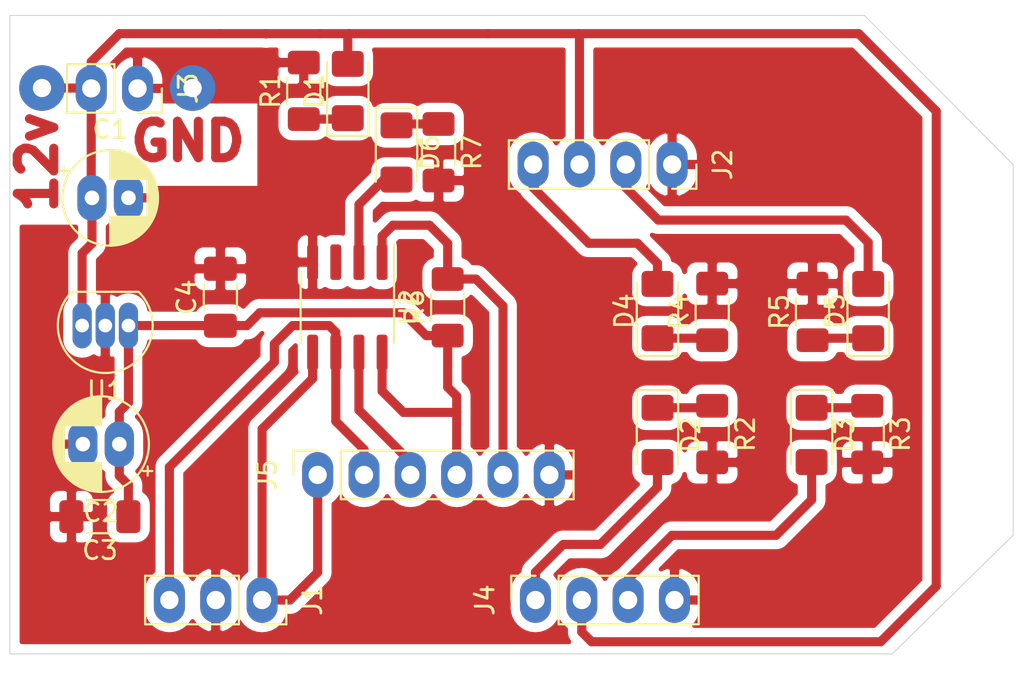
<source format=kicad_pcb>
(kicad_pcb (version 20171130) (host pcbnew "(5.1.9)-1")

  (general
    (thickness 1.6)
    (drawings 8)
    (tracks 115)
    (zones 0)
    (modules 24)
    (nets 20)
  )

  (page A4)
  (layers
    (0 F.Cu signal)
    (31 B.Cu signal)
    (32 B.Adhes user)
    (33 F.Adhes user)
    (34 B.Paste user)
    (35 F.Paste user)
    (36 B.SilkS user)
    (37 F.SilkS user)
    (38 B.Mask user)
    (39 F.Mask user)
    (40 Dwgs.User user)
    (41 Cmts.User user)
    (42 Eco1.User user)
    (43 Eco2.User user)
    (44 Edge.Cuts user)
    (45 Margin user)
    (46 B.CrtYd user)
    (47 F.CrtYd user)
    (48 B.Fab user)
    (49 F.Fab user)
  )

  (setup
    (last_trace_width 0.5)
    (trace_clearance 0.2)
    (zone_clearance 0.508)
    (zone_45_only no)
    (trace_min 0.2)
    (via_size 1.5)
    (via_drill 1)
    (via_min_size 0.4)
    (via_min_drill 0.3)
    (uvia_size 0.3)
    (uvia_drill 0.1)
    (uvias_allowed no)
    (uvia_min_size 0.2)
    (uvia_min_drill 0.1)
    (edge_width 0.05)
    (segment_width 0.2)
    (pcb_text_width 0.3)
    (pcb_text_size 1.5 1.5)
    (mod_edge_width 0.12)
    (mod_text_size 1 1)
    (mod_text_width 0.15)
    (pad_size 1.05 2.5)
    (pad_drill 0.75)
    (pad_to_mask_clearance 0)
    (aux_axis_origin 0 0)
    (visible_elements 7FFFFFFF)
    (pcbplotparams
      (layerselection 0x010fc_ffffffff)
      (usegerberextensions false)
      (usegerberattributes true)
      (usegerberadvancedattributes true)
      (creategerberjobfile true)
      (excludeedgelayer true)
      (linewidth 0.100000)
      (plotframeref false)
      (viasonmask false)
      (mode 1)
      (useauxorigin false)
      (hpglpennumber 1)
      (hpglpenspeed 20)
      (hpglpendiameter 15.000000)
      (psnegative false)
      (psa4output false)
      (plotreference true)
      (plotvalue true)
      (plotinvisibletext false)
      (padsonsilk false)
      (subtractmaskfromsilk false)
      (outputformat 1)
      (mirror false)
      (drillshape 1)
      (scaleselection 1)
      (outputdirectory ""))
  )

  (net 0 "")
  (net 1 +12V)
  (net 2 GND)
  (net 3 "Net-(C2-Pad1)")
  (net 4 "Net-(D1-Pad1)")
  (net 5 /EN1)
  (net 6 "Net-(D2-Pad1)")
  (net 7 "Net-(D3-Pad1)")
  (net 8 /O1)
  (net 9 /EN2)
  (net 10 "Net-(D4-Pad1)")
  (net 11 "Net-(D5-Pad1)")
  (net 12 /O2)
  (net 13 /IN1)
  (net 14 /IN2)
  (net 15 "Net-(J5-Pad5)")
  (net 16 "Net-(U2-Pad3)")
  (net 17 "Net-(D6-Pad1)")
  (net 18 "Net-(D6-Pad2)")
  (net 19 "Net-(J5-Pad3)")

  (net_class Default "This is the default net class."
    (clearance 0.2)
    (trace_width 0.5)
    (via_dia 1.5)
    (via_drill 1)
    (uvia_dia 0.3)
    (uvia_drill 0.1)
    (add_net +12V)
    (add_net /EN1)
    (add_net /EN2)
    (add_net /IN1)
    (add_net /IN2)
    (add_net /O1)
    (add_net /O2)
    (add_net GND)
    (add_net "Net-(C2-Pad1)")
    (add_net "Net-(D1-Pad1)")
    (add_net "Net-(D2-Pad1)")
    (add_net "Net-(D3-Pad1)")
    (add_net "Net-(D4-Pad1)")
    (add_net "Net-(D5-Pad1)")
    (add_net "Net-(D6-Pad1)")
    (add_net "Net-(D6-Pad2)")
    (add_net "Net-(J5-Pad3)")
    (add_net "Net-(J5-Pad5)")
    (add_net "Net-(U2-Pad3)")
  )

  (module LED_SMD:LED_1206_3216Metric_Pad1.42x1.75mm_HandSolder (layer F.Cu) (tedit 5F68FEF1) (tstamp 6056E385)
    (at 128.524 94.1435 90)
    (descr "LED SMD 1206 (3216 Metric), square (rectangular) end terminal, IPC_7351 nominal, (Body size source: http://www.tortai-tech.com/upload/download/2011102023233369053.pdf), generated with kicad-footprint-generator")
    (tags "LED handsolder")
    (path /6058C1C6)
    (attr smd)
    (fp_text reference D1 (at 0 -1.82 90) (layer F.SilkS)
      (effects (font (size 1 1) (thickness 0.15)))
    )
    (fp_text value LED (at 0 1.82 90) (layer F.Fab)
      (effects (font (size 1 1) (thickness 0.15)))
    )
    (fp_line (start 1.6 -0.8) (end -1.2 -0.8) (layer F.Fab) (width 0.1))
    (fp_line (start -1.2 -0.8) (end -1.6 -0.4) (layer F.Fab) (width 0.1))
    (fp_line (start -1.6 -0.4) (end -1.6 0.8) (layer F.Fab) (width 0.1))
    (fp_line (start -1.6 0.8) (end 1.6 0.8) (layer F.Fab) (width 0.1))
    (fp_line (start 1.6 0.8) (end 1.6 -0.8) (layer F.Fab) (width 0.1))
    (fp_line (start 1.6 -1.135) (end -2.46 -1.135) (layer F.SilkS) (width 0.12))
    (fp_line (start -2.46 -1.135) (end -2.46 1.135) (layer F.SilkS) (width 0.12))
    (fp_line (start -2.46 1.135) (end 1.6 1.135) (layer F.SilkS) (width 0.12))
    (fp_line (start -2.45 1.12) (end -2.45 -1.12) (layer F.CrtYd) (width 0.05))
    (fp_line (start -2.45 -1.12) (end 2.45 -1.12) (layer F.CrtYd) (width 0.05))
    (fp_line (start 2.45 -1.12) (end 2.45 1.12) (layer F.CrtYd) (width 0.05))
    (fp_line (start 2.45 1.12) (end -2.45 1.12) (layer F.CrtYd) (width 0.05))
    (fp_text user %R (at 0 0 90) (layer F.Fab)
      (effects (font (size 0.8 0.8) (thickness 0.12)))
    )
    (pad 1 smd roundrect (at -1.4875 0 90) (size 1.425 1.75) (layers F.Cu F.Paste F.Mask) (roundrect_rratio 0.175439)
      (net 4 "Net-(D1-Pad1)"))
    (pad 2 smd roundrect (at 1.4875 0 90) (size 1.425 1.75) (layers F.Cu F.Paste F.Mask) (roundrect_rratio 0.175439)
      (net 1 +12V))
    (model ${KISYS3DMOD}/LED_SMD.3dshapes/LED_1206_3216Metric.wrl
      (at (xyz 0 0 0))
      (scale (xyz 1 1 1))
      (rotate (xyz 0 0 0))
    )
  )

  (module LED_SMD:LED_1206_3216Metric_Pad1.42x1.75mm_HandSolder (layer F.Cu) (tedit 5F68FEF1) (tstamp 6056BC0A)
    (at 145.5 112.995 270)
    (descr "LED SMD 1206 (3216 Metric), square (rectangular) end terminal, IPC_7351 nominal, (Body size source: http://www.tortai-tech.com/upload/download/2011102023233369053.pdf), generated with kicad-footprint-generator")
    (tags "LED handsolder")
    (path /605BAECC)
    (attr smd)
    (fp_text reference D2 (at 0 -1.82 90) (layer F.SilkS)
      (effects (font (size 1 1) (thickness 0.15)))
    )
    (fp_text value LED (at 0 1.82 90) (layer F.Fab)
      (effects (font (size 1 1) (thickness 0.15)))
    )
    (fp_line (start 2.45 1.12) (end -2.45 1.12) (layer F.CrtYd) (width 0.05))
    (fp_line (start 2.45 -1.12) (end 2.45 1.12) (layer F.CrtYd) (width 0.05))
    (fp_line (start -2.45 -1.12) (end 2.45 -1.12) (layer F.CrtYd) (width 0.05))
    (fp_line (start -2.45 1.12) (end -2.45 -1.12) (layer F.CrtYd) (width 0.05))
    (fp_line (start -2.46 1.135) (end 1.6 1.135) (layer F.SilkS) (width 0.12))
    (fp_line (start -2.46 -1.135) (end -2.46 1.135) (layer F.SilkS) (width 0.12))
    (fp_line (start 1.6 -1.135) (end -2.46 -1.135) (layer F.SilkS) (width 0.12))
    (fp_line (start 1.6 0.8) (end 1.6 -0.8) (layer F.Fab) (width 0.1))
    (fp_line (start -1.6 0.8) (end 1.6 0.8) (layer F.Fab) (width 0.1))
    (fp_line (start -1.6 -0.4) (end -1.6 0.8) (layer F.Fab) (width 0.1))
    (fp_line (start -1.2 -0.8) (end -1.6 -0.4) (layer F.Fab) (width 0.1))
    (fp_line (start 1.6 -0.8) (end -1.2 -0.8) (layer F.Fab) (width 0.1))
    (fp_text user %R (at 0 0 90) (layer F.Fab)
      (effects (font (size 0.8 0.8) (thickness 0.12)))
    )
    (pad 2 smd roundrect (at 1.4875 0 270) (size 1.425 1.75) (layers F.Cu F.Paste F.Mask) (roundrect_rratio 0.175439)
      (net 5 /EN1))
    (pad 1 smd roundrect (at -1.4875 0 270) (size 1.425 1.75) (layers F.Cu F.Paste F.Mask) (roundrect_rratio 0.175439)
      (net 6 "Net-(D2-Pad1)"))
    (model ${KISYS3DMOD}/LED_SMD.3dshapes/LED_1206_3216Metric.wrl
      (at (xyz 0 0 0))
      (scale (xyz 1 1 1))
      (rotate (xyz 0 0 0))
    )
  )

  (module LED_SMD:LED_1206_3216Metric_Pad1.42x1.75mm_HandSolder (layer F.Cu) (tedit 5F68FEF1) (tstamp 6056BC1D)
    (at 153.95 112.995 270)
    (descr "LED SMD 1206 (3216 Metric), square (rectangular) end terminal, IPC_7351 nominal, (Body size source: http://www.tortai-tech.com/upload/download/2011102023233369053.pdf), generated with kicad-footprint-generator")
    (tags "LED handsolder")
    (path /6058CA16)
    (attr smd)
    (fp_text reference D3 (at 0 -1.82 90) (layer F.SilkS)
      (effects (font (size 1 1) (thickness 0.15)))
    )
    (fp_text value LED (at 0 1.82 90) (layer F.Fab)
      (effects (font (size 1 1) (thickness 0.15)))
    )
    (fp_line (start 1.6 -0.8) (end -1.2 -0.8) (layer F.Fab) (width 0.1))
    (fp_line (start -1.2 -0.8) (end -1.6 -0.4) (layer F.Fab) (width 0.1))
    (fp_line (start -1.6 -0.4) (end -1.6 0.8) (layer F.Fab) (width 0.1))
    (fp_line (start -1.6 0.8) (end 1.6 0.8) (layer F.Fab) (width 0.1))
    (fp_line (start 1.6 0.8) (end 1.6 -0.8) (layer F.Fab) (width 0.1))
    (fp_line (start 1.6 -1.135) (end -2.46 -1.135) (layer F.SilkS) (width 0.12))
    (fp_line (start -2.46 -1.135) (end -2.46 1.135) (layer F.SilkS) (width 0.12))
    (fp_line (start -2.46 1.135) (end 1.6 1.135) (layer F.SilkS) (width 0.12))
    (fp_line (start -2.45 1.12) (end -2.45 -1.12) (layer F.CrtYd) (width 0.05))
    (fp_line (start -2.45 -1.12) (end 2.45 -1.12) (layer F.CrtYd) (width 0.05))
    (fp_line (start 2.45 -1.12) (end 2.45 1.12) (layer F.CrtYd) (width 0.05))
    (fp_line (start 2.45 1.12) (end -2.45 1.12) (layer F.CrtYd) (width 0.05))
    (fp_text user %R (at 0 0 90) (layer F.Fab)
      (effects (font (size 0.8 0.8) (thickness 0.12)))
    )
    (pad 1 smd roundrect (at -1.4875 0 270) (size 1.425 1.75) (layers F.Cu F.Paste F.Mask) (roundrect_rratio 0.175439)
      (net 7 "Net-(D3-Pad1)"))
    (pad 2 smd roundrect (at 1.4875 0 270) (size 1.425 1.75) (layers F.Cu F.Paste F.Mask) (roundrect_rratio 0.175439)
      (net 8 /O1))
    (model ${KISYS3DMOD}/LED_SMD.3dshapes/LED_1206_3216Metric.wrl
      (at (xyz 0 0 0))
      (scale (xyz 1 1 1))
      (rotate (xyz 0 0 0))
    )
  )

  (module LED_SMD:LED_1206_3216Metric_Pad1.42x1.75mm_HandSolder (layer F.Cu) (tedit 5F68FEF1) (tstamp 6056BC30)
    (at 145.5 106.207 90)
    (descr "LED SMD 1206 (3216 Metric), square (rectangular) end terminal, IPC_7351 nominal, (Body size source: http://www.tortai-tech.com/upload/download/2011102023233369053.pdf), generated with kicad-footprint-generator")
    (tags "LED handsolder")
    (path /6058D0A6)
    (attr smd)
    (fp_text reference D4 (at 0 -1.82 90) (layer F.SilkS)
      (effects (font (size 1 1) (thickness 0.15)))
    )
    (fp_text value LED (at 0 1.82 90) (layer F.Fab)
      (effects (font (size 1 1) (thickness 0.15)))
    )
    (fp_line (start 2.45 1.12) (end -2.45 1.12) (layer F.CrtYd) (width 0.05))
    (fp_line (start 2.45 -1.12) (end 2.45 1.12) (layer F.CrtYd) (width 0.05))
    (fp_line (start -2.45 -1.12) (end 2.45 -1.12) (layer F.CrtYd) (width 0.05))
    (fp_line (start -2.45 1.12) (end -2.45 -1.12) (layer F.CrtYd) (width 0.05))
    (fp_line (start -2.46 1.135) (end 1.6 1.135) (layer F.SilkS) (width 0.12))
    (fp_line (start -2.46 -1.135) (end -2.46 1.135) (layer F.SilkS) (width 0.12))
    (fp_line (start 1.6 -1.135) (end -2.46 -1.135) (layer F.SilkS) (width 0.12))
    (fp_line (start 1.6 0.8) (end 1.6 -0.8) (layer F.Fab) (width 0.1))
    (fp_line (start -1.6 0.8) (end 1.6 0.8) (layer F.Fab) (width 0.1))
    (fp_line (start -1.6 -0.4) (end -1.6 0.8) (layer F.Fab) (width 0.1))
    (fp_line (start -1.2 -0.8) (end -1.6 -0.4) (layer F.Fab) (width 0.1))
    (fp_line (start 1.6 -0.8) (end -1.2 -0.8) (layer F.Fab) (width 0.1))
    (fp_text user %R (at 0 0 90) (layer F.Fab)
      (effects (font (size 0.8 0.8) (thickness 0.12)))
    )
    (pad 2 smd roundrect (at 1.4875 0 90) (size 1.425 1.75) (layers F.Cu F.Paste F.Mask) (roundrect_rratio 0.175439)
      (net 9 /EN2))
    (pad 1 smd roundrect (at -1.4875 0 90) (size 1.425 1.75) (layers F.Cu F.Paste F.Mask) (roundrect_rratio 0.175439)
      (net 10 "Net-(D4-Pad1)"))
    (model ${KISYS3DMOD}/LED_SMD.3dshapes/LED_1206_3216Metric.wrl
      (at (xyz 0 0 0))
      (scale (xyz 1 1 1))
      (rotate (xyz 0 0 0))
    )
  )

  (module LED_SMD:LED_1206_3216Metric_Pad1.42x1.75mm_HandSolder (layer F.Cu) (tedit 5F68FEF1) (tstamp 6056BC43)
    (at 157.05 106.207 90)
    (descr "LED SMD 1206 (3216 Metric), square (rectangular) end terminal, IPC_7351 nominal, (Body size source: http://www.tortai-tech.com/upload/download/2011102023233369053.pdf), generated with kicad-footprint-generator")
    (tags "LED handsolder")
    (path /6058D551)
    (attr smd)
    (fp_text reference D5 (at 0 -1.82 90) (layer F.SilkS)
      (effects (font (size 1 1) (thickness 0.15)))
    )
    (fp_text value LED (at 0 1.82 90) (layer F.Fab)
      (effects (font (size 1 1) (thickness 0.15)))
    )
    (fp_line (start 1.6 -0.8) (end -1.2 -0.8) (layer F.Fab) (width 0.1))
    (fp_line (start -1.2 -0.8) (end -1.6 -0.4) (layer F.Fab) (width 0.1))
    (fp_line (start -1.6 -0.4) (end -1.6 0.8) (layer F.Fab) (width 0.1))
    (fp_line (start -1.6 0.8) (end 1.6 0.8) (layer F.Fab) (width 0.1))
    (fp_line (start 1.6 0.8) (end 1.6 -0.8) (layer F.Fab) (width 0.1))
    (fp_line (start 1.6 -1.135) (end -2.46 -1.135) (layer F.SilkS) (width 0.12))
    (fp_line (start -2.46 -1.135) (end -2.46 1.135) (layer F.SilkS) (width 0.12))
    (fp_line (start -2.46 1.135) (end 1.6 1.135) (layer F.SilkS) (width 0.12))
    (fp_line (start -2.45 1.12) (end -2.45 -1.12) (layer F.CrtYd) (width 0.05))
    (fp_line (start -2.45 -1.12) (end 2.45 -1.12) (layer F.CrtYd) (width 0.05))
    (fp_line (start 2.45 -1.12) (end 2.45 1.12) (layer F.CrtYd) (width 0.05))
    (fp_line (start 2.45 1.12) (end -2.45 1.12) (layer F.CrtYd) (width 0.05))
    (fp_text user %R (at 0 0 90) (layer F.Fab)
      (effects (font (size 0.8 0.8) (thickness 0.12)))
    )
    (pad 1 smd roundrect (at -1.4875 0 90) (size 1.425 1.75) (layers F.Cu F.Paste F.Mask) (roundrect_rratio 0.175439)
      (net 11 "Net-(D5-Pad1)"))
    (pad 2 smd roundrect (at 1.4875 0 90) (size 1.425 1.75) (layers F.Cu F.Paste F.Mask) (roundrect_rratio 0.175439)
      (net 12 /O2))
    (model ${KISYS3DMOD}/LED_SMD.3dshapes/LED_1206_3216Metric.wrl
      (at (xyz 0 0 0))
      (scale (xyz 1 1 1))
      (rotate (xyz 0 0 0))
    )
  )

  (module Resistor_SMD:R_1206_3216Metric_Pad1.30x1.75mm_HandSolder (layer F.Cu) (tedit 5F68FEEE) (tstamp 6056E752)
    (at 126.111 94.133 90)
    (descr "Resistor SMD 1206 (3216 Metric), square (rectangular) end terminal, IPC_7351 nominal with elongated pad for handsoldering. (Body size source: IPC-SM-782 page 72, https://www.pcb-3d.com/wordpress/wp-content/uploads/ipc-sm-782a_amendment_1_and_2.pdf), generated with kicad-footprint-generator")
    (tags "resistor handsolder")
    (path /605D5CE3)
    (attr smd)
    (fp_text reference R1 (at 0 -1.82 90) (layer F.SilkS)
      (effects (font (size 1 1) (thickness 0.15)))
    )
    (fp_text value 1k (at 0 1.82 90) (layer F.Fab)
      (effects (font (size 1 1) (thickness 0.15)))
    )
    (fp_line (start 2.45 1.12) (end -2.45 1.12) (layer F.CrtYd) (width 0.05))
    (fp_line (start 2.45 -1.12) (end 2.45 1.12) (layer F.CrtYd) (width 0.05))
    (fp_line (start -2.45 -1.12) (end 2.45 -1.12) (layer F.CrtYd) (width 0.05))
    (fp_line (start -2.45 1.12) (end -2.45 -1.12) (layer F.CrtYd) (width 0.05))
    (fp_line (start -0.727064 0.91) (end 0.727064 0.91) (layer F.SilkS) (width 0.12))
    (fp_line (start -0.727064 -0.91) (end 0.727064 -0.91) (layer F.SilkS) (width 0.12))
    (fp_line (start 1.6 0.8) (end -1.6 0.8) (layer F.Fab) (width 0.1))
    (fp_line (start 1.6 -0.8) (end 1.6 0.8) (layer F.Fab) (width 0.1))
    (fp_line (start -1.6 -0.8) (end 1.6 -0.8) (layer F.Fab) (width 0.1))
    (fp_line (start -1.6 0.8) (end -1.6 -0.8) (layer F.Fab) (width 0.1))
    (fp_text user %R (at 0 0 90) (layer F.Fab)
      (effects (font (size 0.8 0.8) (thickness 0.12)))
    )
    (pad 2 smd roundrect (at 1.55 0 90) (size 1.3 1.75) (layers F.Cu F.Paste F.Mask) (roundrect_rratio 0.192308)
      (net 2 GND))
    (pad 1 smd roundrect (at -1.55 0 90) (size 1.3 1.75) (layers F.Cu F.Paste F.Mask) (roundrect_rratio 0.192308)
      (net 4 "Net-(D1-Pad1)"))
    (model ${KISYS3DMOD}/Resistor_SMD.3dshapes/R_1206_3216Metric.wrl
      (at (xyz 0 0 0))
      (scale (xyz 1 1 1))
      (rotate (xyz 0 0 0))
    )
  )

  (module Resistor_SMD:R_1206_3216Metric_Pad1.30x1.75mm_HandSolder (layer F.Cu) (tedit 5F68FEEE) (tstamp 6056BDB2)
    (at 148.5 112.95 270)
    (descr "Resistor SMD 1206 (3216 Metric), square (rectangular) end terminal, IPC_7351 nominal with elongated pad for handsoldering. (Body size source: IPC-SM-782 page 72, https://www.pcb-3d.com/wordpress/wp-content/uploads/ipc-sm-782a_amendment_1_and_2.pdf), generated with kicad-footprint-generator")
    (tags "resistor handsolder")
    (path /605BB021)
    (attr smd)
    (fp_text reference R2 (at 0 -1.82 90) (layer F.SilkS)
      (effects (font (size 1 1) (thickness 0.15)))
    )
    (fp_text value 1k (at 0 1.82 90) (layer F.Fab)
      (effects (font (size 1 1) (thickness 0.15)))
    )
    (fp_line (start 2.45 1.12) (end -2.45 1.12) (layer F.CrtYd) (width 0.05))
    (fp_line (start 2.45 -1.12) (end 2.45 1.12) (layer F.CrtYd) (width 0.05))
    (fp_line (start -2.45 -1.12) (end 2.45 -1.12) (layer F.CrtYd) (width 0.05))
    (fp_line (start -2.45 1.12) (end -2.45 -1.12) (layer F.CrtYd) (width 0.05))
    (fp_line (start -0.727064 0.91) (end 0.727064 0.91) (layer F.SilkS) (width 0.12))
    (fp_line (start -0.727064 -0.91) (end 0.727064 -0.91) (layer F.SilkS) (width 0.12))
    (fp_line (start 1.6 0.8) (end -1.6 0.8) (layer F.Fab) (width 0.1))
    (fp_line (start 1.6 -0.8) (end 1.6 0.8) (layer F.Fab) (width 0.1))
    (fp_line (start -1.6 -0.8) (end 1.6 -0.8) (layer F.Fab) (width 0.1))
    (fp_line (start -1.6 0.8) (end -1.6 -0.8) (layer F.Fab) (width 0.1))
    (fp_text user %R (at 0 0 90) (layer F.Fab)
      (effects (font (size 0.8 0.8) (thickness 0.12)))
    )
    (pad 2 smd roundrect (at 1.55 0 270) (size 1.3 1.75) (layers F.Cu F.Paste F.Mask) (roundrect_rratio 0.192308)
      (net 2 GND))
    (pad 1 smd roundrect (at -1.55 0 270) (size 1.3 1.75) (layers F.Cu F.Paste F.Mask) (roundrect_rratio 0.192308)
      (net 6 "Net-(D2-Pad1)"))
    (model ${KISYS3DMOD}/Resistor_SMD.3dshapes/R_1206_3216Metric.wrl
      (at (xyz 0 0 0))
      (scale (xyz 1 1 1))
      (rotate (xyz 0 0 0))
    )
  )

  (module Resistor_SMD:R_1206_3216Metric_Pad1.30x1.75mm_HandSolder (layer F.Cu) (tedit 5F68FEEE) (tstamp 6056F2C7)
    (at 157 112.95 270)
    (descr "Resistor SMD 1206 (3216 Metric), square (rectangular) end terminal, IPC_7351 nominal with elongated pad for handsoldering. (Body size source: IPC-SM-782 page 72, https://www.pcb-3d.com/wordpress/wp-content/uploads/ipc-sm-782a_amendment_1_and_2.pdf), generated with kicad-footprint-generator")
    (tags "resistor handsolder")
    (path /605D5278)
    (attr smd)
    (fp_text reference R3 (at 0 -1.82 90) (layer F.SilkS)
      (effects (font (size 1 1) (thickness 0.15)))
    )
    (fp_text value 1k (at 0 1.82 90) (layer F.Fab)
      (effects (font (size 1 1) (thickness 0.15)))
    )
    (fp_line (start -1.6 0.8) (end -1.6 -0.8) (layer F.Fab) (width 0.1))
    (fp_line (start -1.6 -0.8) (end 1.6 -0.8) (layer F.Fab) (width 0.1))
    (fp_line (start 1.6 -0.8) (end 1.6 0.8) (layer F.Fab) (width 0.1))
    (fp_line (start 1.6 0.8) (end -1.6 0.8) (layer F.Fab) (width 0.1))
    (fp_line (start -0.727064 -0.91) (end 0.727064 -0.91) (layer F.SilkS) (width 0.12))
    (fp_line (start -0.727064 0.91) (end 0.727064 0.91) (layer F.SilkS) (width 0.12))
    (fp_line (start -2.45 1.12) (end -2.45 -1.12) (layer F.CrtYd) (width 0.05))
    (fp_line (start -2.45 -1.12) (end 2.45 -1.12) (layer F.CrtYd) (width 0.05))
    (fp_line (start 2.45 -1.12) (end 2.45 1.12) (layer F.CrtYd) (width 0.05))
    (fp_line (start 2.45 1.12) (end -2.45 1.12) (layer F.CrtYd) (width 0.05))
    (fp_text user %R (at 0 0 90) (layer F.Fab)
      (effects (font (size 0.8 0.8) (thickness 0.12)))
    )
    (pad 1 smd roundrect (at -1.55 0 270) (size 1.3 1.75) (layers F.Cu F.Paste F.Mask) (roundrect_rratio 0.192308)
      (net 7 "Net-(D3-Pad1)"))
    (pad 2 smd roundrect (at 1.55 0 270) (size 1.3 1.75) (layers F.Cu F.Paste F.Mask) (roundrect_rratio 0.192308)
      (net 2 GND))
    (model ${KISYS3DMOD}/Resistor_SMD.3dshapes/R_1206_3216Metric.wrl
      (at (xyz 0 0 0))
      (scale (xyz 1 1 1))
      (rotate (xyz 0 0 0))
    )
  )

  (module Resistor_SMD:R_1206_3216Metric_Pad1.30x1.75mm_HandSolder (layer F.Cu) (tedit 5F68FEEE) (tstamp 6056BDD4)
    (at 148.5 106.252 90)
    (descr "Resistor SMD 1206 (3216 Metric), square (rectangular) end terminal, IPC_7351 nominal with elongated pad for handsoldering. (Body size source: IPC-SM-782 page 72, https://www.pcb-3d.com/wordpress/wp-content/uploads/ipc-sm-782a_amendment_1_and_2.pdf), generated with kicad-footprint-generator")
    (tags "resistor handsolder")
    (path /605D5679)
    (attr smd)
    (fp_text reference R4 (at 0 -1.82 90) (layer F.SilkS)
      (effects (font (size 1 1) (thickness 0.15)))
    )
    (fp_text value 1k (at 0 1.82 90) (layer F.Fab)
      (effects (font (size 1 1) (thickness 0.15)))
    )
    (fp_line (start 2.45 1.12) (end -2.45 1.12) (layer F.CrtYd) (width 0.05))
    (fp_line (start 2.45 -1.12) (end 2.45 1.12) (layer F.CrtYd) (width 0.05))
    (fp_line (start -2.45 -1.12) (end 2.45 -1.12) (layer F.CrtYd) (width 0.05))
    (fp_line (start -2.45 1.12) (end -2.45 -1.12) (layer F.CrtYd) (width 0.05))
    (fp_line (start -0.727064 0.91) (end 0.727064 0.91) (layer F.SilkS) (width 0.12))
    (fp_line (start -0.727064 -0.91) (end 0.727064 -0.91) (layer F.SilkS) (width 0.12))
    (fp_line (start 1.6 0.8) (end -1.6 0.8) (layer F.Fab) (width 0.1))
    (fp_line (start 1.6 -0.8) (end 1.6 0.8) (layer F.Fab) (width 0.1))
    (fp_line (start -1.6 -0.8) (end 1.6 -0.8) (layer F.Fab) (width 0.1))
    (fp_line (start -1.6 0.8) (end -1.6 -0.8) (layer F.Fab) (width 0.1))
    (fp_text user %R (at 0 0 90) (layer F.Fab)
      (effects (font (size 0.8 0.8) (thickness 0.12)))
    )
    (pad 2 smd roundrect (at 1.55 0 90) (size 1.3 1.75) (layers F.Cu F.Paste F.Mask) (roundrect_rratio 0.192308)
      (net 2 GND))
    (pad 1 smd roundrect (at -1.55 0 90) (size 1.3 1.75) (layers F.Cu F.Paste F.Mask) (roundrect_rratio 0.192308)
      (net 10 "Net-(D4-Pad1)"))
    (model ${KISYS3DMOD}/Resistor_SMD.3dshapes/R_1206_3216Metric.wrl
      (at (xyz 0 0 0))
      (scale (xyz 1 1 1))
      (rotate (xyz 0 0 0))
    )
  )

  (module Resistor_SMD:R_1206_3216Metric_Pad1.30x1.75mm_HandSolder (layer F.Cu) (tedit 5F68FEEE) (tstamp 6056BDE5)
    (at 154 106.252 90)
    (descr "Resistor SMD 1206 (3216 Metric), square (rectangular) end terminal, IPC_7351 nominal with elongated pad for handsoldering. (Body size source: IPC-SM-782 page 72, https://www.pcb-3d.com/wordpress/wp-content/uploads/ipc-sm-782a_amendment_1_and_2.pdf), generated with kicad-footprint-generator")
    (tags "resistor handsolder")
    (path /605D59C1)
    (attr smd)
    (fp_text reference R5 (at 0 -1.82 90) (layer F.SilkS)
      (effects (font (size 1 1) (thickness 0.15)))
    )
    (fp_text value 1k (at 0 1.82 90) (layer F.Fab)
      (effects (font (size 1 1) (thickness 0.15)))
    )
    (fp_line (start -1.6 0.8) (end -1.6 -0.8) (layer F.Fab) (width 0.1))
    (fp_line (start -1.6 -0.8) (end 1.6 -0.8) (layer F.Fab) (width 0.1))
    (fp_line (start 1.6 -0.8) (end 1.6 0.8) (layer F.Fab) (width 0.1))
    (fp_line (start 1.6 0.8) (end -1.6 0.8) (layer F.Fab) (width 0.1))
    (fp_line (start -0.727064 -0.91) (end 0.727064 -0.91) (layer F.SilkS) (width 0.12))
    (fp_line (start -0.727064 0.91) (end 0.727064 0.91) (layer F.SilkS) (width 0.12))
    (fp_line (start -2.45 1.12) (end -2.45 -1.12) (layer F.CrtYd) (width 0.05))
    (fp_line (start -2.45 -1.12) (end 2.45 -1.12) (layer F.CrtYd) (width 0.05))
    (fp_line (start 2.45 -1.12) (end 2.45 1.12) (layer F.CrtYd) (width 0.05))
    (fp_line (start 2.45 1.12) (end -2.45 1.12) (layer F.CrtYd) (width 0.05))
    (fp_text user %R (at 0 0 90) (layer F.Fab)
      (effects (font (size 0.8 0.8) (thickness 0.12)))
    )
    (pad 1 smd roundrect (at -1.55 0 90) (size 1.3 1.75) (layers F.Cu F.Paste F.Mask) (roundrect_rratio 0.192308)
      (net 11 "Net-(D5-Pad1)"))
    (pad 2 smd roundrect (at 1.55 0 90) (size 1.3 1.75) (layers F.Cu F.Paste F.Mask) (roundrect_rratio 0.192308)
      (net 2 GND))
    (model ${KISYS3DMOD}/Resistor_SMD.3dshapes/R_1206_3216Metric.wrl
      (at (xyz 0 0 0))
      (scale (xyz 1 1 1))
      (rotate (xyz 0 0 0))
    )
  )

  (module Resistor_SMD:R_1206_3216Metric_Pad1.30x1.75mm_HandSolder (layer F.Cu) (tedit 5F68FEEE) (tstamp 6056BDF6)
    (at 134 106 90)
    (descr "Resistor SMD 1206 (3216 Metric), square (rectangular) end terminal, IPC_7351 nominal with elongated pad for handsoldering. (Body size source: IPC-SM-782 page 72, https://www.pcb-3d.com/wordpress/wp-content/uploads/ipc-sm-782a_amendment_1_and_2.pdf), generated with kicad-footprint-generator")
    (tags "resistor handsolder")
    (path /605D6D5A)
    (attr smd)
    (fp_text reference R6 (at 0 -1.82 90) (layer F.SilkS)
      (effects (font (size 1 1) (thickness 0.15)))
    )
    (fp_text value 1k (at 0 1.82 90) (layer F.Fab)
      (effects (font (size 1 1) (thickness 0.15)))
    )
    (fp_line (start -1.6 0.8) (end -1.6 -0.8) (layer F.Fab) (width 0.1))
    (fp_line (start -1.6 -0.8) (end 1.6 -0.8) (layer F.Fab) (width 0.1))
    (fp_line (start 1.6 -0.8) (end 1.6 0.8) (layer F.Fab) (width 0.1))
    (fp_line (start 1.6 0.8) (end -1.6 0.8) (layer F.Fab) (width 0.1))
    (fp_line (start -0.727064 -0.91) (end 0.727064 -0.91) (layer F.SilkS) (width 0.12))
    (fp_line (start -0.727064 0.91) (end 0.727064 0.91) (layer F.SilkS) (width 0.12))
    (fp_line (start -2.45 1.12) (end -2.45 -1.12) (layer F.CrtYd) (width 0.05))
    (fp_line (start -2.45 -1.12) (end 2.45 -1.12) (layer F.CrtYd) (width 0.05))
    (fp_line (start 2.45 -1.12) (end 2.45 1.12) (layer F.CrtYd) (width 0.05))
    (fp_line (start 2.45 1.12) (end -2.45 1.12) (layer F.CrtYd) (width 0.05))
    (fp_text user %R (at 0 0 90) (layer F.Fab)
      (effects (font (size 0.8 0.8) (thickness 0.12)))
    )
    (pad 1 smd roundrect (at -1.55 0 90) (size 1.3 1.75) (layers F.Cu F.Paste F.Mask) (roundrect_rratio 0.192308)
      (net 3 "Net-(C2-Pad1)"))
    (pad 2 smd roundrect (at 1.55 0 90) (size 1.3 1.75) (layers F.Cu F.Paste F.Mask) (roundrect_rratio 0.192308)
      (net 15 "Net-(J5-Pad5)"))
    (model ${KISYS3DMOD}/Resistor_SMD.3dshapes/R_1206_3216Metric.wrl
      (at (xyz 0 0 0))
      (scale (xyz 1 1 1))
      (rotate (xyz 0 0 0))
    )
  )

  (module Package_TO_SOT_THT:TO-92_Inline (layer F.Cu) (tedit 60575455) (tstamp 6056E6DC)
    (at 116.5 107 180)
    (descr "TO-92 leads in-line, narrow, oval pads, drill 0.75mm (see NXP sot054_po.pdf)")
    (tags "to-92 sc-43 sc-43a sot54 PA33 transistor")
    (path /60572659)
    (fp_text reference U1 (at 1.27 -3.56) (layer F.SilkS)
      (effects (font (size 1 1) (thickness 0.15)))
    )
    (fp_text value L78L33_TO92 (at 1.27 2.79) (layer F.Fab)
      (effects (font (size 1 1) (thickness 0.15)))
    )
    (fp_line (start -0.53 1.85) (end 3.07 1.85) (layer F.SilkS) (width 0.12))
    (fp_line (start -0.5 1.75) (end 3 1.75) (layer F.Fab) (width 0.1))
    (fp_line (start -1.46 -2.73) (end 4 -2.73) (layer F.CrtYd) (width 0.05))
    (fp_line (start -1.46 -2.73) (end -1.46 2.01) (layer F.CrtYd) (width 0.05))
    (fp_line (start 4 2.01) (end 4 -2.73) (layer F.CrtYd) (width 0.05))
    (fp_line (start 4 2.01) (end -1.46 2.01) (layer F.CrtYd) (width 0.05))
    (fp_text user %R (at 1.27 0) (layer F.Fab)
      (effects (font (size 1 1) (thickness 0.15)))
    )
    (fp_arc (start 1.27 0) (end 1.27 -2.48) (angle 135) (layer F.Fab) (width 0.1))
    (fp_arc (start 1.27 0) (end 1.27 -2.6) (angle -135) (layer F.SilkS) (width 0.12))
    (fp_arc (start 1.27 0) (end 1.27 -2.48) (angle -135) (layer F.Fab) (width 0.1))
    (fp_arc (start 1.27 0) (end 1.27 -2.6) (angle 135) (layer F.SilkS) (width 0.12))
    (pad 2 thru_hole oval (at 1.27 0 180) (size 1.05 2.5) (drill 0.75) (layers *.Cu *.Mask)
      (net 2 GND))
    (pad 3 thru_hole oval (at 2.54 0 180) (size 1.05 2.5) (drill 0.75) (layers *.Cu *.Mask)
      (net 1 +12V))
    (pad 1 thru_hole oval (at 0 0 180) (size 1.05 2.5) (drill 0.75) (layers *.Cu *.Mask)
      (net 3 "Net-(C2-Pad1)"))
    (model ${KISYS3DMOD}/Package_TO_SOT_THT.3dshapes/TO-92_Inline.wrl
      (at (xyz 0 0 0))
      (scale (xyz 1 1 1))
      (rotate (xyz 0 0 0))
    )
  )

  (module Package_SO:SOIC-8_3.9x4.9mm_P1.27mm (layer F.Cu) (tedit 5D9F72B1) (tstamp 6056BE22)
    (at 128.5 106 270)
    (descr "SOIC, 8 Pin (JEDEC MS-012AA, https://www.analog.com/media/en/package-pcb-resources/package/pkg_pdf/soic_narrow-r/r_8.pdf), generated with kicad-footprint-generator ipc_gullwing_generator.py")
    (tags "SOIC SO")
    (path /60568801)
    (attr smd)
    (fp_text reference U2 (at 0 -3.4 90) (layer F.SilkS)
      (effects (font (size 1 1) (thickness 0.15)))
    )
    (fp_text value ATtiny13-20SSU (at 0 3.4 90) (layer F.Fab)
      (effects (font (size 1 1) (thickness 0.15)))
    )
    (fp_line (start 0 2.56) (end 1.95 2.56) (layer F.SilkS) (width 0.12))
    (fp_line (start 0 2.56) (end -1.95 2.56) (layer F.SilkS) (width 0.12))
    (fp_line (start 0 -2.56) (end 1.95 -2.56) (layer F.SilkS) (width 0.12))
    (fp_line (start 0 -2.56) (end -3.45 -2.56) (layer F.SilkS) (width 0.12))
    (fp_line (start -0.975 -2.45) (end 1.95 -2.45) (layer F.Fab) (width 0.1))
    (fp_line (start 1.95 -2.45) (end 1.95 2.45) (layer F.Fab) (width 0.1))
    (fp_line (start 1.95 2.45) (end -1.95 2.45) (layer F.Fab) (width 0.1))
    (fp_line (start -1.95 2.45) (end -1.95 -1.475) (layer F.Fab) (width 0.1))
    (fp_line (start -1.95 -1.475) (end -0.975 -2.45) (layer F.Fab) (width 0.1))
    (fp_line (start -3.7 -2.7) (end -3.7 2.7) (layer F.CrtYd) (width 0.05))
    (fp_line (start -3.7 2.7) (end 3.7 2.7) (layer F.CrtYd) (width 0.05))
    (fp_line (start 3.7 2.7) (end 3.7 -2.7) (layer F.CrtYd) (width 0.05))
    (fp_line (start 3.7 -2.7) (end -3.7 -2.7) (layer F.CrtYd) (width 0.05))
    (fp_text user %R (at 0 0 90) (layer F.Fab)
      (effects (font (size 0.98 0.98) (thickness 0.15)))
    )
    (pad 1 smd roundrect (at -2.475 -1.905 270) (size 1.95 0.6) (layers F.Cu F.Paste F.Mask) (roundrect_rratio 0.25)
      (net 15 "Net-(J5-Pad5)"))
    (pad 2 smd roundrect (at -2.475 -0.635 270) (size 1.95 0.6) (layers F.Cu F.Paste F.Mask) (roundrect_rratio 0.25)
      (net 18 "Net-(D6-Pad2)"))
    (pad 3 smd roundrect (at -2.475 0.635 270) (size 1.95 0.6) (layers F.Cu F.Paste F.Mask) (roundrect_rratio 0.25)
      (net 16 "Net-(U2-Pad3)"))
    (pad 4 smd roundrect (at -2.475 1.905 270) (size 1.95 0.6) (layers F.Cu F.Paste F.Mask) (roundrect_rratio 0.25)
      (net 2 GND))
    (pad 5 smd roundrect (at 2.475 1.905 270) (size 1.95 0.6) (layers F.Cu F.Paste F.Mask) (roundrect_rratio 0.25)
      (net 13 /IN1))
    (pad 6 smd roundrect (at 2.475 0.635 270) (size 1.95 0.6) (layers F.Cu F.Paste F.Mask) (roundrect_rratio 0.25)
      (net 14 /IN2))
    (pad 7 smd roundrect (at 2.475 -0.635 270) (size 1.95 0.6) (layers F.Cu F.Paste F.Mask) (roundrect_rratio 0.25)
      (net 19 "Net-(J5-Pad3)"))
    (pad 8 smd roundrect (at 2.475 -1.905 270) (size 1.95 0.6) (layers F.Cu F.Paste F.Mask) (roundrect_rratio 0.25)
      (net 3 "Net-(C2-Pad1)"))
    (model ${KISYS3DMOD}/Package_SO.3dshapes/SOIC-8_3.9x4.9mm_P1.27mm.wrl
      (at (xyz 0 0 0))
      (scale (xyz 1 1 1))
      (rotate (xyz 0 0 0))
    )
  )

  (module Connector_PinSocket_2.54mm:PinSocket_1x03_P2.54mm_Vertical (layer F.Cu) (tedit 5A19A429) (tstamp 6056C91E)
    (at 123.825 122.047 270)
    (descr "Through hole straight socket strip, 1x03, 2.54mm pitch, single row (from Kicad 4.0.7), script generated")
    (tags "Through hole socket strip THT 1x03 2.54mm single row")
    (path /60565CFB)
    (fp_text reference J1 (at 0 -2.77 90) (layer F.SilkS)
      (effects (font (size 1 1) (thickness 0.15)))
    )
    (fp_text value Conn_01x03 (at 0 7.85 90) (layer F.Fab)
      (effects (font (size 1 1) (thickness 0.15)))
    )
    (fp_line (start -1.27 -1.27) (end 0.635 -1.27) (layer F.Fab) (width 0.1))
    (fp_line (start 0.635 -1.27) (end 1.27 -0.635) (layer F.Fab) (width 0.1))
    (fp_line (start 1.27 -0.635) (end 1.27 6.35) (layer F.Fab) (width 0.1))
    (fp_line (start 1.27 6.35) (end -1.27 6.35) (layer F.Fab) (width 0.1))
    (fp_line (start -1.27 6.35) (end -1.27 -1.27) (layer F.Fab) (width 0.1))
    (fp_line (start -1.33 1.27) (end 1.33 1.27) (layer F.SilkS) (width 0.12))
    (fp_line (start -1.33 1.27) (end -1.33 6.41) (layer F.SilkS) (width 0.12))
    (fp_line (start -1.33 6.41) (end 1.33 6.41) (layer F.SilkS) (width 0.12))
    (fp_line (start 1.33 1.27) (end 1.33 6.41) (layer F.SilkS) (width 0.12))
    (fp_line (start 1.33 -1.33) (end 1.33 0) (layer F.SilkS) (width 0.12))
    (fp_line (start 0 -1.33) (end 1.33 -1.33) (layer F.SilkS) (width 0.12))
    (fp_line (start -1.8 -1.8) (end 1.75 -1.8) (layer F.CrtYd) (width 0.05))
    (fp_line (start 1.75 -1.8) (end 1.75 6.85) (layer F.CrtYd) (width 0.05))
    (fp_line (start 1.75 6.85) (end -1.8 6.85) (layer F.CrtYd) (width 0.05))
    (fp_line (start -1.8 6.85) (end -1.8 -1.8) (layer F.CrtYd) (width 0.05))
    (fp_text user %R (at 0 2.54) (layer F.Fab)
      (effects (font (size 1 1) (thickness 0.15)))
    )
    (pad 1 thru_hole oval (at 0 0 270) (size 2.5 1.7) (drill 1) (layers *.Cu *.Mask)
      (net 13 /IN1))
    (pad 2 thru_hole oval (at 0 2.54 270) (size 2.5 1.7) (drill 1) (layers *.Cu *.Mask)
      (net 2 GND))
    (pad 3 thru_hole oval (at 0 5.08 270) (size 2.5 1.7) (drill 1) (layers *.Cu *.Mask)
      (net 14 /IN2))
    (model ${KISYS3DMOD}/Connector_PinSocket_2.54mm.3dshapes/PinSocket_1x03_P2.54mm_Vertical.wrl
      (at (xyz 0 0 0))
      (scale (xyz 1 1 1))
      (rotate (xyz 0 0 0))
    )
  )

  (module Connector_PinSocket_2.54mm:PinSocket_1x04_P2.54mm_Vertical (layer F.Cu) (tedit 605753C5) (tstamp 6056D42E)
    (at 146.304 98.171 270)
    (descr "Through hole straight socket strip, 1x04, 2.54mm pitch, single row (from Kicad 4.0.7), script generated")
    (tags "Through hole socket strip THT 1x04 2.54mm single row")
    (path /60565494)
    (fp_text reference J2 (at 0 -2.77 90) (layer F.SilkS)
      (effects (font (size 1 1) (thickness 0.15)))
    )
    (fp_text value Conn_01x04 (at 0 10.39 90) (layer F.Fab)
      (effects (font (size 1 1) (thickness 0.15)))
    )
    (fp_line (start -1.8 9.4) (end -1.8 -1.8) (layer F.CrtYd) (width 0.05))
    (fp_line (start 1.75 9.4) (end -1.8 9.4) (layer F.CrtYd) (width 0.05))
    (fp_line (start 1.75 -1.8) (end 1.75 9.4) (layer F.CrtYd) (width 0.05))
    (fp_line (start -1.8 -1.8) (end 1.75 -1.8) (layer F.CrtYd) (width 0.05))
    (fp_line (start 0 -1.33) (end 1.33 -1.33) (layer F.SilkS) (width 0.12))
    (fp_line (start 1.33 -1.33) (end 1.33 0) (layer F.SilkS) (width 0.12))
    (fp_line (start 1.33 1.27) (end 1.33 8.95) (layer F.SilkS) (width 0.12))
    (fp_line (start -1.33 8.95) (end 1.33 8.95) (layer F.SilkS) (width 0.12))
    (fp_line (start -1.33 1.27) (end -1.33 8.95) (layer F.SilkS) (width 0.12))
    (fp_line (start -1.33 1.27) (end 1.33 1.27) (layer F.SilkS) (width 0.12))
    (fp_line (start -1.27 8.89) (end -1.27 -1.27) (layer F.Fab) (width 0.1))
    (fp_line (start 1.27 8.89) (end -1.27 8.89) (layer F.Fab) (width 0.1))
    (fp_line (start 1.27 -0.635) (end 1.27 8.89) (layer F.Fab) (width 0.1))
    (fp_line (start 0.635 -1.27) (end 1.27 -0.635) (layer F.Fab) (width 0.1))
    (fp_line (start -1.27 -1.27) (end 0.635 -1.27) (layer F.Fab) (width 0.1))
    (fp_text user %R (at 0 3.81) (layer F.Fab)
      (effects (font (size 1 1) (thickness 0.15)))
    )
    (pad 4 thru_hole oval (at 0 7.62 270) (size 2.5 1.7) (drill 1) (layers *.Cu *.Mask)
      (net 9 /EN2))
    (pad 3 thru_hole oval (at 0 5.08 270) (size 2.5 1.7) (drill 1) (layers *.Cu *.Mask)
      (net 1 +12V))
    (pad 2 thru_hole oval (at 0 2.54 270) (size 2.5 1.7) (drill 1) (layers *.Cu *.Mask)
      (net 12 /O2))
    (pad 1 thru_hole oval (at 0 0 270) (size 2.5 1.7) (drill 1) (layers *.Cu *.Mask)
      (net 2 GND))
    (model ${KISYS3DMOD}/Connector_PinSocket_2.54mm.3dshapes/PinSocket_1x04_P2.54mm_Vertical.wrl
      (at (xyz 0 0 0))
      (scale (xyz 1 1 1))
      (rotate (xyz 0 0 0))
    )
  )

  (module Connector_PinSocket_2.54mm:PinSocket_1x02_P2.54mm_Vertical (layer F.Cu) (tedit 5A19A420) (tstamp 6056C94C)
    (at 117 94 270)
    (descr "Through hole straight socket strip, 1x02, 2.54mm pitch, single row (from Kicad 4.0.7), script generated")
    (tags "Through hole socket strip THT 1x02 2.54mm single row")
    (path /6056AD7E)
    (fp_text reference J3 (at 0 -2.77 90) (layer F.SilkS)
      (effects (font (size 1 1) (thickness 0.15)))
    )
    (fp_text value Conn_01x02 (at 0 5.31 90) (layer F.Fab)
      (effects (font (size 1 1) (thickness 0.15)))
    )
    (fp_line (start -1.27 -1.27) (end 0.635 -1.27) (layer F.Fab) (width 0.1))
    (fp_line (start 0.635 -1.27) (end 1.27 -0.635) (layer F.Fab) (width 0.1))
    (fp_line (start 1.27 -0.635) (end 1.27 3.81) (layer F.Fab) (width 0.1))
    (fp_line (start 1.27 3.81) (end -1.27 3.81) (layer F.Fab) (width 0.1))
    (fp_line (start -1.27 3.81) (end -1.27 -1.27) (layer F.Fab) (width 0.1))
    (fp_line (start -1.33 1.27) (end 1.33 1.27) (layer F.SilkS) (width 0.12))
    (fp_line (start -1.33 1.27) (end -1.33 3.87) (layer F.SilkS) (width 0.12))
    (fp_line (start -1.33 3.87) (end 1.33 3.87) (layer F.SilkS) (width 0.12))
    (fp_line (start 1.33 1.27) (end 1.33 3.87) (layer F.SilkS) (width 0.12))
    (fp_line (start 1.33 -1.33) (end 1.33 0) (layer F.SilkS) (width 0.12))
    (fp_line (start 0 -1.33) (end 1.33 -1.33) (layer F.SilkS) (width 0.12))
    (fp_line (start -1.8 -1.8) (end 1.75 -1.8) (layer F.CrtYd) (width 0.05))
    (fp_line (start 1.75 -1.8) (end 1.75 4.3) (layer F.CrtYd) (width 0.05))
    (fp_line (start 1.75 4.3) (end -1.8 4.3) (layer F.CrtYd) (width 0.05))
    (fp_line (start -1.8 4.3) (end -1.8 -1.8) (layer F.CrtYd) (width 0.05))
    (fp_text user %R (at 0 1.27) (layer F.Fab)
      (effects (font (size 1 1) (thickness 0.15)))
    )
    (pad 1 thru_hole oval (at 0 0 270) (size 2.5 1.7) (drill 1) (layers *.Cu *.Mask)
      (net 2 GND))
    (pad 2 thru_hole oval (at 0 2.54 270) (size 2.5 1.7) (drill 1) (layers *.Cu *.Mask)
      (net 1 +12V))
    (model ${KISYS3DMOD}/Connector_PinSocket_2.54mm.3dshapes/PinSocket_1x02_P2.54mm_Vertical.wrl
      (at (xyz 0 0 0))
      (scale (xyz 1 1 1))
      (rotate (xyz 0 0 0))
    )
  )

  (module Connector_PinSocket_2.54mm:PinSocket_1x04_P2.54mm_Vertical (layer F.Cu) (tedit 5A19A429) (tstamp 6056C964)
    (at 138.811 122.047 90)
    (descr "Through hole straight socket strip, 1x04, 2.54mm pitch, single row (from Kicad 4.0.7), script generated")
    (tags "Through hole socket strip THT 1x04 2.54mm single row")
    (path /60564118)
    (fp_text reference J4 (at 0 -2.77 90) (layer F.SilkS)
      (effects (font (size 1 1) (thickness 0.15)))
    )
    (fp_text value Conn_01x04 (at 0 10.39 90) (layer F.Fab)
      (effects (font (size 1 1) (thickness 0.15)))
    )
    (fp_line (start -1.27 -1.27) (end 0.635 -1.27) (layer F.Fab) (width 0.1))
    (fp_line (start 0.635 -1.27) (end 1.27 -0.635) (layer F.Fab) (width 0.1))
    (fp_line (start 1.27 -0.635) (end 1.27 8.89) (layer F.Fab) (width 0.1))
    (fp_line (start 1.27 8.89) (end -1.27 8.89) (layer F.Fab) (width 0.1))
    (fp_line (start -1.27 8.89) (end -1.27 -1.27) (layer F.Fab) (width 0.1))
    (fp_line (start -1.33 1.27) (end 1.33 1.27) (layer F.SilkS) (width 0.12))
    (fp_line (start -1.33 1.27) (end -1.33 8.95) (layer F.SilkS) (width 0.12))
    (fp_line (start -1.33 8.95) (end 1.33 8.95) (layer F.SilkS) (width 0.12))
    (fp_line (start 1.33 1.27) (end 1.33 8.95) (layer F.SilkS) (width 0.12))
    (fp_line (start 1.33 -1.33) (end 1.33 0) (layer F.SilkS) (width 0.12))
    (fp_line (start 0 -1.33) (end 1.33 -1.33) (layer F.SilkS) (width 0.12))
    (fp_line (start -1.8 -1.8) (end 1.75 -1.8) (layer F.CrtYd) (width 0.05))
    (fp_line (start 1.75 -1.8) (end 1.75 9.4) (layer F.CrtYd) (width 0.05))
    (fp_line (start 1.75 9.4) (end -1.8 9.4) (layer F.CrtYd) (width 0.05))
    (fp_line (start -1.8 9.4) (end -1.8 -1.8) (layer F.CrtYd) (width 0.05))
    (fp_text user %R (at 0 3.81) (layer F.Fab)
      (effects (font (size 1 1) (thickness 0.15)))
    )
    (pad 1 thru_hole oval (at 0 0 90) (size 2.5 1.7) (drill 1) (layers *.Cu *.Mask)
      (net 5 /EN1))
    (pad 2 thru_hole oval (at 0 2.54 90) (size 2.5 1.7) (drill 1) (layers *.Cu *.Mask)
      (net 1 +12V))
    (pad 3 thru_hole oval (at 0 5.08 90) (size 2.5 1.7) (drill 1) (layers *.Cu *.Mask)
      (net 8 /O1))
    (pad 4 thru_hole oval (at 0 7.62 90) (size 2.5 1.7) (drill 1) (layers *.Cu *.Mask)
      (net 2 GND))
    (model ${KISYS3DMOD}/Connector_PinSocket_2.54mm.3dshapes/PinSocket_1x04_P2.54mm_Vertical.wrl
      (at (xyz 0 0 0))
      (scale (xyz 1 1 1))
      (rotate (xyz 0 0 0))
    )
  )

  (module Connector_PinSocket_2.54mm:PinSocket_1x06_P2.54mm_Vertical (layer F.Cu) (tedit 5A19A430) (tstamp 6056C97E)
    (at 126.873 115.189 90)
    (descr "Through hole straight socket strip, 1x06, 2.54mm pitch, single row (from Kicad 4.0.7), script generated")
    (tags "Through hole socket strip THT 1x06 2.54mm single row")
    (path /6058FC23)
    (fp_text reference J5 (at 0 -2.77 90) (layer F.SilkS)
      (effects (font (size 1 1) (thickness 0.15)))
    )
    (fp_text value Conn_01x06 (at 0 15.47 90) (layer F.Fab)
      (effects (font (size 1 1) (thickness 0.15)))
    )
    (fp_line (start -1.27 -1.27) (end 0.635 -1.27) (layer F.Fab) (width 0.1))
    (fp_line (start 0.635 -1.27) (end 1.27 -0.635) (layer F.Fab) (width 0.1))
    (fp_line (start 1.27 -0.635) (end 1.27 13.97) (layer F.Fab) (width 0.1))
    (fp_line (start 1.27 13.97) (end -1.27 13.97) (layer F.Fab) (width 0.1))
    (fp_line (start -1.27 13.97) (end -1.27 -1.27) (layer F.Fab) (width 0.1))
    (fp_line (start -1.33 1.27) (end 1.33 1.27) (layer F.SilkS) (width 0.12))
    (fp_line (start -1.33 1.27) (end -1.33 14.03) (layer F.SilkS) (width 0.12))
    (fp_line (start -1.33 14.03) (end 1.33 14.03) (layer F.SilkS) (width 0.12))
    (fp_line (start 1.33 1.27) (end 1.33 14.03) (layer F.SilkS) (width 0.12))
    (fp_line (start 1.33 -1.33) (end 1.33 0) (layer F.SilkS) (width 0.12))
    (fp_line (start 0 -1.33) (end 1.33 -1.33) (layer F.SilkS) (width 0.12))
    (fp_line (start -1.8 -1.8) (end 1.75 -1.8) (layer F.CrtYd) (width 0.05))
    (fp_line (start 1.75 -1.8) (end 1.75 14.45) (layer F.CrtYd) (width 0.05))
    (fp_line (start 1.75 14.45) (end -1.8 14.45) (layer F.CrtYd) (width 0.05))
    (fp_line (start -1.8 14.45) (end -1.8 -1.8) (layer F.CrtYd) (width 0.05))
    (fp_text user %R (at 0 6.35) (layer F.Fab)
      (effects (font (size 1 1) (thickness 0.15)))
    )
    (pad 1 thru_hole oval (at 0 0 90) (size 2.5 1.7) (drill 1) (layers *.Cu *.Mask)
      (net 13 /IN1))
    (pad 2 thru_hole oval (at 0 2.54 90) (size 2.5 1.7) (drill 1) (layers *.Cu *.Mask)
      (net 14 /IN2))
    (pad 3 thru_hole oval (at 0 5.08 90) (size 2.5 1.7) (drill 1) (layers *.Cu *.Mask)
      (net 19 "Net-(J5-Pad3)"))
    (pad 4 thru_hole oval (at 0 7.62 90) (size 2.5 1.7) (drill 1) (layers *.Cu *.Mask)
      (net 3 "Net-(C2-Pad1)"))
    (pad 5 thru_hole oval (at 0 10.16 90) (size 2.5 1.7) (drill 1) (layers *.Cu *.Mask)
      (net 15 "Net-(J5-Pad5)"))
    (pad 6 thru_hole oval (at 0 12.7 90) (size 2.5 1.7) (drill 1) (layers *.Cu *.Mask)
      (net 2 GND))
    (model ${KISYS3DMOD}/Connector_PinSocket_2.54mm.3dshapes/PinSocket_1x06_P2.54mm_Vertical.wrl
      (at (xyz 0 0 0))
      (scale (xyz 1 1 1))
      (rotate (xyz 0 0 0))
    )
  )

  (module LED_SMD:LED_1206_3216Metric_Pad1.42x1.75mm_HandSolder (layer F.Cu) (tedit 5F68FEF1) (tstamp 6056D987)
    (at 131.195001 97.5125 270)
    (descr "LED SMD 1206 (3216 Metric), square (rectangular) end terminal, IPC_7351 nominal, (Body size source: http://www.tortai-tech.com/upload/download/2011102023233369053.pdf), generated with kicad-footprint-generator")
    (tags "LED handsolder")
    (path /605FF2CF)
    (attr smd)
    (fp_text reference D6 (at 0 -1.82 90) (layer F.SilkS)
      (effects (font (size 1 1) (thickness 0.15)))
    )
    (fp_text value LED (at 0 1.82 90) (layer F.Fab)
      (effects (font (size 1 1) (thickness 0.15)))
    )
    (fp_line (start 1.6 -0.8) (end -1.2 -0.8) (layer F.Fab) (width 0.1))
    (fp_line (start -1.2 -0.8) (end -1.6 -0.4) (layer F.Fab) (width 0.1))
    (fp_line (start -1.6 -0.4) (end -1.6 0.8) (layer F.Fab) (width 0.1))
    (fp_line (start -1.6 0.8) (end 1.6 0.8) (layer F.Fab) (width 0.1))
    (fp_line (start 1.6 0.8) (end 1.6 -0.8) (layer F.Fab) (width 0.1))
    (fp_line (start 1.6 -1.135) (end -2.46 -1.135) (layer F.SilkS) (width 0.12))
    (fp_line (start -2.46 -1.135) (end -2.46 1.135) (layer F.SilkS) (width 0.12))
    (fp_line (start -2.46 1.135) (end 1.6 1.135) (layer F.SilkS) (width 0.12))
    (fp_line (start -2.45 1.12) (end -2.45 -1.12) (layer F.CrtYd) (width 0.05))
    (fp_line (start -2.45 -1.12) (end 2.45 -1.12) (layer F.CrtYd) (width 0.05))
    (fp_line (start 2.45 -1.12) (end 2.45 1.12) (layer F.CrtYd) (width 0.05))
    (fp_line (start 2.45 1.12) (end -2.45 1.12) (layer F.CrtYd) (width 0.05))
    (fp_text user %R (at 0 0 90) (layer F.Fab)
      (effects (font (size 0.8 0.8) (thickness 0.12)))
    )
    (pad 1 smd roundrect (at -1.4875 0 270) (size 1.425 1.75) (layers F.Cu F.Paste F.Mask) (roundrect_rratio 0.175439)
      (net 17 "Net-(D6-Pad1)"))
    (pad 2 smd roundrect (at 1.4875 0 270) (size 1.425 1.75) (layers F.Cu F.Paste F.Mask) (roundrect_rratio 0.175439)
      (net 18 "Net-(D6-Pad2)"))
    (model ${KISYS3DMOD}/LED_SMD.3dshapes/LED_1206_3216Metric.wrl
      (at (xyz 0 0 0))
      (scale (xyz 1 1 1))
      (rotate (xyz 0 0 0))
    )
  )

  (module Resistor_SMD:R_1206_3216Metric_Pad1.30x1.75mm_HandSolder (layer F.Cu) (tedit 5F68FEEE) (tstamp 6056D998)
    (at 133.5 97.5 270)
    (descr "Resistor SMD 1206 (3216 Metric), square (rectangular) end terminal, IPC_7351 nominal with elongated pad for handsoldering. (Body size source: IPC-SM-782 page 72, https://www.pcb-3d.com/wordpress/wp-content/uploads/ipc-sm-782a_amendment_1_and_2.pdf), generated with kicad-footprint-generator")
    (tags "resistor handsolder")
    (path /6060089D)
    (attr smd)
    (fp_text reference R7 (at 0 -1.82 90) (layer F.SilkS)
      (effects (font (size 1 1) (thickness 0.15)))
    )
    (fp_text value 1k (at 0 1.82 90) (layer F.Fab)
      (effects (font (size 1 1) (thickness 0.15)))
    )
    (fp_line (start -1.6 0.8) (end -1.6 -0.8) (layer F.Fab) (width 0.1))
    (fp_line (start -1.6 -0.8) (end 1.6 -0.8) (layer F.Fab) (width 0.1))
    (fp_line (start 1.6 -0.8) (end 1.6 0.8) (layer F.Fab) (width 0.1))
    (fp_line (start 1.6 0.8) (end -1.6 0.8) (layer F.Fab) (width 0.1))
    (fp_line (start -0.727064 -0.91) (end 0.727064 -0.91) (layer F.SilkS) (width 0.12))
    (fp_line (start -0.727064 0.91) (end 0.727064 0.91) (layer F.SilkS) (width 0.12))
    (fp_line (start -2.45 1.12) (end -2.45 -1.12) (layer F.CrtYd) (width 0.05))
    (fp_line (start -2.45 -1.12) (end 2.45 -1.12) (layer F.CrtYd) (width 0.05))
    (fp_line (start 2.45 -1.12) (end 2.45 1.12) (layer F.CrtYd) (width 0.05))
    (fp_line (start 2.45 1.12) (end -2.45 1.12) (layer F.CrtYd) (width 0.05))
    (fp_text user %R (at 0 0 90) (layer F.Fab)
      (effects (font (size 0.8 0.8) (thickness 0.12)))
    )
    (pad 1 smd roundrect (at -1.55 0 270) (size 1.3 1.75) (layers F.Cu F.Paste F.Mask) (roundrect_rratio 0.192308)
      (net 17 "Net-(D6-Pad1)"))
    (pad 2 smd roundrect (at 1.55 0 270) (size 1.3 1.75) (layers F.Cu F.Paste F.Mask) (roundrect_rratio 0.192308)
      (net 2 GND))
    (model ${KISYS3DMOD}/Resistor_SMD.3dshapes/R_1206_3216Metric.wrl
      (at (xyz 0 0 0))
      (scale (xyz 1 1 1))
      (rotate (xyz 0 0 0))
    )
  )

  (module Capacitor_THT:CP_Radial_D5.0mm_P2.00mm (layer F.Cu) (tedit 6057543A) (tstamp 6056DCE9)
    (at 114.5 100)
    (descr "CP, Radial series, Radial, pin pitch=2.00mm, , diameter=5mm, Electrolytic Capacitor")
    (tags "CP Radial series Radial pin pitch 2.00mm  diameter 5mm Electrolytic Capacitor")
    (path /6057FB9E)
    (fp_text reference C1 (at 1 -3.75) (layer F.SilkS)
      (effects (font (size 1 1) (thickness 0.15)))
    )
    (fp_text value 0.1uF (at 1 3.75) (layer F.Fab)
      (effects (font (size 1 1) (thickness 0.15)))
    )
    (fp_circle (center 1 0) (end 3.5 0) (layer F.Fab) (width 0.1))
    (fp_circle (center 1 0) (end 3.62 0) (layer F.SilkS) (width 0.12))
    (fp_circle (center 1 0) (end 3.75 0) (layer F.CrtYd) (width 0.05))
    (fp_line (start -1.133605 -1.0875) (end -0.633605 -1.0875) (layer F.Fab) (width 0.1))
    (fp_line (start -0.883605 -1.3375) (end -0.883605 -0.8375) (layer F.Fab) (width 0.1))
    (fp_line (start 1 1.04) (end 1 2.58) (layer F.SilkS) (width 0.12))
    (fp_line (start 1 -2.58) (end 1 -1.04) (layer F.SilkS) (width 0.12))
    (fp_line (start 1.04 1.04) (end 1.04 2.58) (layer F.SilkS) (width 0.12))
    (fp_line (start 1.04 -2.58) (end 1.04 -1.04) (layer F.SilkS) (width 0.12))
    (fp_line (start 1.08 -2.579) (end 1.08 -1.04) (layer F.SilkS) (width 0.12))
    (fp_line (start 1.08 1.04) (end 1.08 2.579) (layer F.SilkS) (width 0.12))
    (fp_line (start 1.12 -2.578) (end 1.12 -1.04) (layer F.SilkS) (width 0.12))
    (fp_line (start 1.12 1.04) (end 1.12 2.578) (layer F.SilkS) (width 0.12))
    (fp_line (start 1.16 -2.576) (end 1.16 -1.04) (layer F.SilkS) (width 0.12))
    (fp_line (start 1.16 1.04) (end 1.16 2.576) (layer F.SilkS) (width 0.12))
    (fp_line (start 1.2 -2.573) (end 1.2 -1.04) (layer F.SilkS) (width 0.12))
    (fp_line (start 1.2 1.04) (end 1.2 2.573) (layer F.SilkS) (width 0.12))
    (fp_line (start 1.24 -2.569) (end 1.24 -1.04) (layer F.SilkS) (width 0.12))
    (fp_line (start 1.24 1.04) (end 1.24 2.569) (layer F.SilkS) (width 0.12))
    (fp_line (start 1.28 -2.565) (end 1.28 -1.04) (layer F.SilkS) (width 0.12))
    (fp_line (start 1.28 1.04) (end 1.28 2.565) (layer F.SilkS) (width 0.12))
    (fp_line (start 1.32 -2.561) (end 1.32 -1.04) (layer F.SilkS) (width 0.12))
    (fp_line (start 1.32 1.04) (end 1.32 2.561) (layer F.SilkS) (width 0.12))
    (fp_line (start 1.36 -2.556) (end 1.36 -1.04) (layer F.SilkS) (width 0.12))
    (fp_line (start 1.36 1.04) (end 1.36 2.556) (layer F.SilkS) (width 0.12))
    (fp_line (start 1.4 -2.55) (end 1.4 -1.04) (layer F.SilkS) (width 0.12))
    (fp_line (start 1.4 1.04) (end 1.4 2.55) (layer F.SilkS) (width 0.12))
    (fp_line (start 1.44 -2.543) (end 1.44 -1.04) (layer F.SilkS) (width 0.12))
    (fp_line (start 1.44 1.04) (end 1.44 2.543) (layer F.SilkS) (width 0.12))
    (fp_line (start 1.48 -2.536) (end 1.48 -1.04) (layer F.SilkS) (width 0.12))
    (fp_line (start 1.48 1.04) (end 1.48 2.536) (layer F.SilkS) (width 0.12))
    (fp_line (start 1.52 -2.528) (end 1.52 -1.04) (layer F.SilkS) (width 0.12))
    (fp_line (start 1.52 1.04) (end 1.52 2.528) (layer F.SilkS) (width 0.12))
    (fp_line (start 1.56 -2.52) (end 1.56 -1.04) (layer F.SilkS) (width 0.12))
    (fp_line (start 1.56 1.04) (end 1.56 2.52) (layer F.SilkS) (width 0.12))
    (fp_line (start 1.6 -2.511) (end 1.6 -1.04) (layer F.SilkS) (width 0.12))
    (fp_line (start 1.6 1.04) (end 1.6 2.511) (layer F.SilkS) (width 0.12))
    (fp_line (start 1.64 -2.501) (end 1.64 -1.04) (layer F.SilkS) (width 0.12))
    (fp_line (start 1.64 1.04) (end 1.64 2.501) (layer F.SilkS) (width 0.12))
    (fp_line (start 1.68 -2.491) (end 1.68 -1.04) (layer F.SilkS) (width 0.12))
    (fp_line (start 1.68 1.04) (end 1.68 2.491) (layer F.SilkS) (width 0.12))
    (fp_line (start 1.721 -2.48) (end 1.721 -1.04) (layer F.SilkS) (width 0.12))
    (fp_line (start 1.721 1.04) (end 1.721 2.48) (layer F.SilkS) (width 0.12))
    (fp_line (start 1.761 -2.468) (end 1.761 -1.04) (layer F.SilkS) (width 0.12))
    (fp_line (start 1.761 1.04) (end 1.761 2.468) (layer F.SilkS) (width 0.12))
    (fp_line (start 1.801 -2.455) (end 1.801 -1.04) (layer F.SilkS) (width 0.12))
    (fp_line (start 1.801 1.04) (end 1.801 2.455) (layer F.SilkS) (width 0.12))
    (fp_line (start 1.841 -2.442) (end 1.841 -1.04) (layer F.SilkS) (width 0.12))
    (fp_line (start 1.841 1.04) (end 1.841 2.442) (layer F.SilkS) (width 0.12))
    (fp_line (start 1.881 -2.428) (end 1.881 -1.04) (layer F.SilkS) (width 0.12))
    (fp_line (start 1.881 1.04) (end 1.881 2.428) (layer F.SilkS) (width 0.12))
    (fp_line (start 1.921 -2.414) (end 1.921 -1.04) (layer F.SilkS) (width 0.12))
    (fp_line (start 1.921 1.04) (end 1.921 2.414) (layer F.SilkS) (width 0.12))
    (fp_line (start 1.961 -2.398) (end 1.961 -1.04) (layer F.SilkS) (width 0.12))
    (fp_line (start 1.961 1.04) (end 1.961 2.398) (layer F.SilkS) (width 0.12))
    (fp_line (start 2.001 -2.382) (end 2.001 -1.04) (layer F.SilkS) (width 0.12))
    (fp_line (start 2.001 1.04) (end 2.001 2.382) (layer F.SilkS) (width 0.12))
    (fp_line (start 2.041 -2.365) (end 2.041 -1.04) (layer F.SilkS) (width 0.12))
    (fp_line (start 2.041 1.04) (end 2.041 2.365) (layer F.SilkS) (width 0.12))
    (fp_line (start 2.081 -2.348) (end 2.081 -1.04) (layer F.SilkS) (width 0.12))
    (fp_line (start 2.081 1.04) (end 2.081 2.348) (layer F.SilkS) (width 0.12))
    (fp_line (start 2.121 -2.329) (end 2.121 -1.04) (layer F.SilkS) (width 0.12))
    (fp_line (start 2.121 1.04) (end 2.121 2.329) (layer F.SilkS) (width 0.12))
    (fp_line (start 2.161 -2.31) (end 2.161 -1.04) (layer F.SilkS) (width 0.12))
    (fp_line (start 2.161 1.04) (end 2.161 2.31) (layer F.SilkS) (width 0.12))
    (fp_line (start 2.201 -2.29) (end 2.201 -1.04) (layer F.SilkS) (width 0.12))
    (fp_line (start 2.201 1.04) (end 2.201 2.29) (layer F.SilkS) (width 0.12))
    (fp_line (start 2.241 -2.268) (end 2.241 -1.04) (layer F.SilkS) (width 0.12))
    (fp_line (start 2.241 1.04) (end 2.241 2.268) (layer F.SilkS) (width 0.12))
    (fp_line (start 2.281 -2.247) (end 2.281 -1.04) (layer F.SilkS) (width 0.12))
    (fp_line (start 2.281 1.04) (end 2.281 2.247) (layer F.SilkS) (width 0.12))
    (fp_line (start 2.321 -2.224) (end 2.321 -1.04) (layer F.SilkS) (width 0.12))
    (fp_line (start 2.321 1.04) (end 2.321 2.224) (layer F.SilkS) (width 0.12))
    (fp_line (start 2.361 -2.2) (end 2.361 -1.04) (layer F.SilkS) (width 0.12))
    (fp_line (start 2.361 1.04) (end 2.361 2.2) (layer F.SilkS) (width 0.12))
    (fp_line (start 2.401 -2.175) (end 2.401 -1.04) (layer F.SilkS) (width 0.12))
    (fp_line (start 2.401 1.04) (end 2.401 2.175) (layer F.SilkS) (width 0.12))
    (fp_line (start 2.441 -2.149) (end 2.441 -1.04) (layer F.SilkS) (width 0.12))
    (fp_line (start 2.441 1.04) (end 2.441 2.149) (layer F.SilkS) (width 0.12))
    (fp_line (start 2.481 -2.122) (end 2.481 -1.04) (layer F.SilkS) (width 0.12))
    (fp_line (start 2.481 1.04) (end 2.481 2.122) (layer F.SilkS) (width 0.12))
    (fp_line (start 2.521 -2.095) (end 2.521 -1.04) (layer F.SilkS) (width 0.12))
    (fp_line (start 2.521 1.04) (end 2.521 2.095) (layer F.SilkS) (width 0.12))
    (fp_line (start 2.561 -2.065) (end 2.561 -1.04) (layer F.SilkS) (width 0.12))
    (fp_line (start 2.561 1.04) (end 2.561 2.065) (layer F.SilkS) (width 0.12))
    (fp_line (start 2.601 -2.035) (end 2.601 -1.04) (layer F.SilkS) (width 0.12))
    (fp_line (start 2.601 1.04) (end 2.601 2.035) (layer F.SilkS) (width 0.12))
    (fp_line (start 2.641 -2.004) (end 2.641 -1.04) (layer F.SilkS) (width 0.12))
    (fp_line (start 2.641 1.04) (end 2.641 2.004) (layer F.SilkS) (width 0.12))
    (fp_line (start 2.681 -1.971) (end 2.681 -1.04) (layer F.SilkS) (width 0.12))
    (fp_line (start 2.681 1.04) (end 2.681 1.971) (layer F.SilkS) (width 0.12))
    (fp_line (start 2.721 -1.937) (end 2.721 -1.04) (layer F.SilkS) (width 0.12))
    (fp_line (start 2.721 1.04) (end 2.721 1.937) (layer F.SilkS) (width 0.12))
    (fp_line (start 2.761 -1.901) (end 2.761 -1.04) (layer F.SilkS) (width 0.12))
    (fp_line (start 2.761 1.04) (end 2.761 1.901) (layer F.SilkS) (width 0.12))
    (fp_line (start 2.801 -1.864) (end 2.801 -1.04) (layer F.SilkS) (width 0.12))
    (fp_line (start 2.801 1.04) (end 2.801 1.864) (layer F.SilkS) (width 0.12))
    (fp_line (start 2.841 -1.826) (end 2.841 -1.04) (layer F.SilkS) (width 0.12))
    (fp_line (start 2.841 1.04) (end 2.841 1.826) (layer F.SilkS) (width 0.12))
    (fp_line (start 2.881 -1.785) (end 2.881 -1.04) (layer F.SilkS) (width 0.12))
    (fp_line (start 2.881 1.04) (end 2.881 1.785) (layer F.SilkS) (width 0.12))
    (fp_line (start 2.921 -1.743) (end 2.921 -1.04) (layer F.SilkS) (width 0.12))
    (fp_line (start 2.921 1.04) (end 2.921 1.743) (layer F.SilkS) (width 0.12))
    (fp_line (start 2.961 -1.699) (end 2.961 -1.04) (layer F.SilkS) (width 0.12))
    (fp_line (start 2.961 1.04) (end 2.961 1.699) (layer F.SilkS) (width 0.12))
    (fp_line (start 3.001 -1.653) (end 3.001 -1.04) (layer F.SilkS) (width 0.12))
    (fp_line (start 3.001 1.04) (end 3.001 1.653) (layer F.SilkS) (width 0.12))
    (fp_line (start 3.041 -1.605) (end 3.041 1.605) (layer F.SilkS) (width 0.12))
    (fp_line (start 3.081 -1.554) (end 3.081 1.554) (layer F.SilkS) (width 0.12))
    (fp_line (start 3.121 -1.5) (end 3.121 1.5) (layer F.SilkS) (width 0.12))
    (fp_line (start 3.161 -1.443) (end 3.161 1.443) (layer F.SilkS) (width 0.12))
    (fp_line (start 3.201 -1.383) (end 3.201 1.383) (layer F.SilkS) (width 0.12))
    (fp_line (start 3.241 -1.319) (end 3.241 1.319) (layer F.SilkS) (width 0.12))
    (fp_line (start 3.281 -1.251) (end 3.281 1.251) (layer F.SilkS) (width 0.12))
    (fp_line (start 3.321 -1.178) (end 3.321 1.178) (layer F.SilkS) (width 0.12))
    (fp_line (start 3.361 -1.098) (end 3.361 1.098) (layer F.SilkS) (width 0.12))
    (fp_line (start 3.401 -1.011) (end 3.401 1.011) (layer F.SilkS) (width 0.12))
    (fp_line (start 3.441 -0.915) (end 3.441 0.915) (layer F.SilkS) (width 0.12))
    (fp_line (start 3.481 -0.805) (end 3.481 0.805) (layer F.SilkS) (width 0.12))
    (fp_line (start 3.521 -0.677) (end 3.521 0.677) (layer F.SilkS) (width 0.12))
    (fp_line (start 3.561 -0.518) (end 3.561 0.518) (layer F.SilkS) (width 0.12))
    (fp_line (start 3.601 -0.284) (end 3.601 0.284) (layer F.SilkS) (width 0.12))
    (fp_line (start -1.804775 -1.475) (end -1.304775 -1.475) (layer F.SilkS) (width 0.12))
    (fp_line (start -1.554775 -1.725) (end -1.554775 -1.225) (layer F.SilkS) (width 0.12))
    (fp_text user %R (at 1 0) (layer F.Fab)
      (effects (font (size 1 1) (thickness 0.15)))
    )
    (pad 1 thru_hole oval (at 0 0) (size 1.6 2.5) (drill 0.8) (layers *.Cu *.Mask)
      (net 1 +12V))
    (pad 2 thru_hole oval (at 2 0) (size 1.6 2.5) (drill 0.8) (layers *.Cu *.Mask)
      (net 2 GND))
    (model ${KISYS3DMOD}/Capacitor_THT.3dshapes/CP_Radial_D5.0mm_P2.00mm.wrl
      (at (xyz 0 0 0))
      (scale (xyz 1 1 1))
      (rotate (xyz 0 0 0))
    )
  )

  (module Capacitor_THT:CP_Radial_D5.0mm_P2.00mm (layer F.Cu) (tedit 5AE50EF0) (tstamp 6056DD6B)
    (at 116 113.5 180)
    (descr "CP, Radial series, Radial, pin pitch=2.00mm, , diameter=5mm, Electrolytic Capacitor")
    (tags "CP Radial series Radial pin pitch 2.00mm  diameter 5mm Electrolytic Capacitor")
    (path /6057694C)
    (fp_text reference C2 (at 1 -3.75) (layer F.SilkS)
      (effects (font (size 1 1) (thickness 0.15)))
    )
    (fp_text value 0.1uF (at 1 3.75) (layer F.Fab)
      (effects (font (size 1 1) (thickness 0.15)))
    )
    (fp_line (start -1.554775 -1.725) (end -1.554775 -1.225) (layer F.SilkS) (width 0.12))
    (fp_line (start -1.804775 -1.475) (end -1.304775 -1.475) (layer F.SilkS) (width 0.12))
    (fp_line (start 3.601 -0.284) (end 3.601 0.284) (layer F.SilkS) (width 0.12))
    (fp_line (start 3.561 -0.518) (end 3.561 0.518) (layer F.SilkS) (width 0.12))
    (fp_line (start 3.521 -0.677) (end 3.521 0.677) (layer F.SilkS) (width 0.12))
    (fp_line (start 3.481 -0.805) (end 3.481 0.805) (layer F.SilkS) (width 0.12))
    (fp_line (start 3.441 -0.915) (end 3.441 0.915) (layer F.SilkS) (width 0.12))
    (fp_line (start 3.401 -1.011) (end 3.401 1.011) (layer F.SilkS) (width 0.12))
    (fp_line (start 3.361 -1.098) (end 3.361 1.098) (layer F.SilkS) (width 0.12))
    (fp_line (start 3.321 -1.178) (end 3.321 1.178) (layer F.SilkS) (width 0.12))
    (fp_line (start 3.281 -1.251) (end 3.281 1.251) (layer F.SilkS) (width 0.12))
    (fp_line (start 3.241 -1.319) (end 3.241 1.319) (layer F.SilkS) (width 0.12))
    (fp_line (start 3.201 -1.383) (end 3.201 1.383) (layer F.SilkS) (width 0.12))
    (fp_line (start 3.161 -1.443) (end 3.161 1.443) (layer F.SilkS) (width 0.12))
    (fp_line (start 3.121 -1.5) (end 3.121 1.5) (layer F.SilkS) (width 0.12))
    (fp_line (start 3.081 -1.554) (end 3.081 1.554) (layer F.SilkS) (width 0.12))
    (fp_line (start 3.041 -1.605) (end 3.041 1.605) (layer F.SilkS) (width 0.12))
    (fp_line (start 3.001 1.04) (end 3.001 1.653) (layer F.SilkS) (width 0.12))
    (fp_line (start 3.001 -1.653) (end 3.001 -1.04) (layer F.SilkS) (width 0.12))
    (fp_line (start 2.961 1.04) (end 2.961 1.699) (layer F.SilkS) (width 0.12))
    (fp_line (start 2.961 -1.699) (end 2.961 -1.04) (layer F.SilkS) (width 0.12))
    (fp_line (start 2.921 1.04) (end 2.921 1.743) (layer F.SilkS) (width 0.12))
    (fp_line (start 2.921 -1.743) (end 2.921 -1.04) (layer F.SilkS) (width 0.12))
    (fp_line (start 2.881 1.04) (end 2.881 1.785) (layer F.SilkS) (width 0.12))
    (fp_line (start 2.881 -1.785) (end 2.881 -1.04) (layer F.SilkS) (width 0.12))
    (fp_line (start 2.841 1.04) (end 2.841 1.826) (layer F.SilkS) (width 0.12))
    (fp_line (start 2.841 -1.826) (end 2.841 -1.04) (layer F.SilkS) (width 0.12))
    (fp_line (start 2.801 1.04) (end 2.801 1.864) (layer F.SilkS) (width 0.12))
    (fp_line (start 2.801 -1.864) (end 2.801 -1.04) (layer F.SilkS) (width 0.12))
    (fp_line (start 2.761 1.04) (end 2.761 1.901) (layer F.SilkS) (width 0.12))
    (fp_line (start 2.761 -1.901) (end 2.761 -1.04) (layer F.SilkS) (width 0.12))
    (fp_line (start 2.721 1.04) (end 2.721 1.937) (layer F.SilkS) (width 0.12))
    (fp_line (start 2.721 -1.937) (end 2.721 -1.04) (layer F.SilkS) (width 0.12))
    (fp_line (start 2.681 1.04) (end 2.681 1.971) (layer F.SilkS) (width 0.12))
    (fp_line (start 2.681 -1.971) (end 2.681 -1.04) (layer F.SilkS) (width 0.12))
    (fp_line (start 2.641 1.04) (end 2.641 2.004) (layer F.SilkS) (width 0.12))
    (fp_line (start 2.641 -2.004) (end 2.641 -1.04) (layer F.SilkS) (width 0.12))
    (fp_line (start 2.601 1.04) (end 2.601 2.035) (layer F.SilkS) (width 0.12))
    (fp_line (start 2.601 -2.035) (end 2.601 -1.04) (layer F.SilkS) (width 0.12))
    (fp_line (start 2.561 1.04) (end 2.561 2.065) (layer F.SilkS) (width 0.12))
    (fp_line (start 2.561 -2.065) (end 2.561 -1.04) (layer F.SilkS) (width 0.12))
    (fp_line (start 2.521 1.04) (end 2.521 2.095) (layer F.SilkS) (width 0.12))
    (fp_line (start 2.521 -2.095) (end 2.521 -1.04) (layer F.SilkS) (width 0.12))
    (fp_line (start 2.481 1.04) (end 2.481 2.122) (layer F.SilkS) (width 0.12))
    (fp_line (start 2.481 -2.122) (end 2.481 -1.04) (layer F.SilkS) (width 0.12))
    (fp_line (start 2.441 1.04) (end 2.441 2.149) (layer F.SilkS) (width 0.12))
    (fp_line (start 2.441 -2.149) (end 2.441 -1.04) (layer F.SilkS) (width 0.12))
    (fp_line (start 2.401 1.04) (end 2.401 2.175) (layer F.SilkS) (width 0.12))
    (fp_line (start 2.401 -2.175) (end 2.401 -1.04) (layer F.SilkS) (width 0.12))
    (fp_line (start 2.361 1.04) (end 2.361 2.2) (layer F.SilkS) (width 0.12))
    (fp_line (start 2.361 -2.2) (end 2.361 -1.04) (layer F.SilkS) (width 0.12))
    (fp_line (start 2.321 1.04) (end 2.321 2.224) (layer F.SilkS) (width 0.12))
    (fp_line (start 2.321 -2.224) (end 2.321 -1.04) (layer F.SilkS) (width 0.12))
    (fp_line (start 2.281 1.04) (end 2.281 2.247) (layer F.SilkS) (width 0.12))
    (fp_line (start 2.281 -2.247) (end 2.281 -1.04) (layer F.SilkS) (width 0.12))
    (fp_line (start 2.241 1.04) (end 2.241 2.268) (layer F.SilkS) (width 0.12))
    (fp_line (start 2.241 -2.268) (end 2.241 -1.04) (layer F.SilkS) (width 0.12))
    (fp_line (start 2.201 1.04) (end 2.201 2.29) (layer F.SilkS) (width 0.12))
    (fp_line (start 2.201 -2.29) (end 2.201 -1.04) (layer F.SilkS) (width 0.12))
    (fp_line (start 2.161 1.04) (end 2.161 2.31) (layer F.SilkS) (width 0.12))
    (fp_line (start 2.161 -2.31) (end 2.161 -1.04) (layer F.SilkS) (width 0.12))
    (fp_line (start 2.121 1.04) (end 2.121 2.329) (layer F.SilkS) (width 0.12))
    (fp_line (start 2.121 -2.329) (end 2.121 -1.04) (layer F.SilkS) (width 0.12))
    (fp_line (start 2.081 1.04) (end 2.081 2.348) (layer F.SilkS) (width 0.12))
    (fp_line (start 2.081 -2.348) (end 2.081 -1.04) (layer F.SilkS) (width 0.12))
    (fp_line (start 2.041 1.04) (end 2.041 2.365) (layer F.SilkS) (width 0.12))
    (fp_line (start 2.041 -2.365) (end 2.041 -1.04) (layer F.SilkS) (width 0.12))
    (fp_line (start 2.001 1.04) (end 2.001 2.382) (layer F.SilkS) (width 0.12))
    (fp_line (start 2.001 -2.382) (end 2.001 -1.04) (layer F.SilkS) (width 0.12))
    (fp_line (start 1.961 1.04) (end 1.961 2.398) (layer F.SilkS) (width 0.12))
    (fp_line (start 1.961 -2.398) (end 1.961 -1.04) (layer F.SilkS) (width 0.12))
    (fp_line (start 1.921 1.04) (end 1.921 2.414) (layer F.SilkS) (width 0.12))
    (fp_line (start 1.921 -2.414) (end 1.921 -1.04) (layer F.SilkS) (width 0.12))
    (fp_line (start 1.881 1.04) (end 1.881 2.428) (layer F.SilkS) (width 0.12))
    (fp_line (start 1.881 -2.428) (end 1.881 -1.04) (layer F.SilkS) (width 0.12))
    (fp_line (start 1.841 1.04) (end 1.841 2.442) (layer F.SilkS) (width 0.12))
    (fp_line (start 1.841 -2.442) (end 1.841 -1.04) (layer F.SilkS) (width 0.12))
    (fp_line (start 1.801 1.04) (end 1.801 2.455) (layer F.SilkS) (width 0.12))
    (fp_line (start 1.801 -2.455) (end 1.801 -1.04) (layer F.SilkS) (width 0.12))
    (fp_line (start 1.761 1.04) (end 1.761 2.468) (layer F.SilkS) (width 0.12))
    (fp_line (start 1.761 -2.468) (end 1.761 -1.04) (layer F.SilkS) (width 0.12))
    (fp_line (start 1.721 1.04) (end 1.721 2.48) (layer F.SilkS) (width 0.12))
    (fp_line (start 1.721 -2.48) (end 1.721 -1.04) (layer F.SilkS) (width 0.12))
    (fp_line (start 1.68 1.04) (end 1.68 2.491) (layer F.SilkS) (width 0.12))
    (fp_line (start 1.68 -2.491) (end 1.68 -1.04) (layer F.SilkS) (width 0.12))
    (fp_line (start 1.64 1.04) (end 1.64 2.501) (layer F.SilkS) (width 0.12))
    (fp_line (start 1.64 -2.501) (end 1.64 -1.04) (layer F.SilkS) (width 0.12))
    (fp_line (start 1.6 1.04) (end 1.6 2.511) (layer F.SilkS) (width 0.12))
    (fp_line (start 1.6 -2.511) (end 1.6 -1.04) (layer F.SilkS) (width 0.12))
    (fp_line (start 1.56 1.04) (end 1.56 2.52) (layer F.SilkS) (width 0.12))
    (fp_line (start 1.56 -2.52) (end 1.56 -1.04) (layer F.SilkS) (width 0.12))
    (fp_line (start 1.52 1.04) (end 1.52 2.528) (layer F.SilkS) (width 0.12))
    (fp_line (start 1.52 -2.528) (end 1.52 -1.04) (layer F.SilkS) (width 0.12))
    (fp_line (start 1.48 1.04) (end 1.48 2.536) (layer F.SilkS) (width 0.12))
    (fp_line (start 1.48 -2.536) (end 1.48 -1.04) (layer F.SilkS) (width 0.12))
    (fp_line (start 1.44 1.04) (end 1.44 2.543) (layer F.SilkS) (width 0.12))
    (fp_line (start 1.44 -2.543) (end 1.44 -1.04) (layer F.SilkS) (width 0.12))
    (fp_line (start 1.4 1.04) (end 1.4 2.55) (layer F.SilkS) (width 0.12))
    (fp_line (start 1.4 -2.55) (end 1.4 -1.04) (layer F.SilkS) (width 0.12))
    (fp_line (start 1.36 1.04) (end 1.36 2.556) (layer F.SilkS) (width 0.12))
    (fp_line (start 1.36 -2.556) (end 1.36 -1.04) (layer F.SilkS) (width 0.12))
    (fp_line (start 1.32 1.04) (end 1.32 2.561) (layer F.SilkS) (width 0.12))
    (fp_line (start 1.32 -2.561) (end 1.32 -1.04) (layer F.SilkS) (width 0.12))
    (fp_line (start 1.28 1.04) (end 1.28 2.565) (layer F.SilkS) (width 0.12))
    (fp_line (start 1.28 -2.565) (end 1.28 -1.04) (layer F.SilkS) (width 0.12))
    (fp_line (start 1.24 1.04) (end 1.24 2.569) (layer F.SilkS) (width 0.12))
    (fp_line (start 1.24 -2.569) (end 1.24 -1.04) (layer F.SilkS) (width 0.12))
    (fp_line (start 1.2 1.04) (end 1.2 2.573) (layer F.SilkS) (width 0.12))
    (fp_line (start 1.2 -2.573) (end 1.2 -1.04) (layer F.SilkS) (width 0.12))
    (fp_line (start 1.16 1.04) (end 1.16 2.576) (layer F.SilkS) (width 0.12))
    (fp_line (start 1.16 -2.576) (end 1.16 -1.04) (layer F.SilkS) (width 0.12))
    (fp_line (start 1.12 1.04) (end 1.12 2.578) (layer F.SilkS) (width 0.12))
    (fp_line (start 1.12 -2.578) (end 1.12 -1.04) (layer F.SilkS) (width 0.12))
    (fp_line (start 1.08 1.04) (end 1.08 2.579) (layer F.SilkS) (width 0.12))
    (fp_line (start 1.08 -2.579) (end 1.08 -1.04) (layer F.SilkS) (width 0.12))
    (fp_line (start 1.04 -2.58) (end 1.04 -1.04) (layer F.SilkS) (width 0.12))
    (fp_line (start 1.04 1.04) (end 1.04 2.58) (layer F.SilkS) (width 0.12))
    (fp_line (start 1 -2.58) (end 1 -1.04) (layer F.SilkS) (width 0.12))
    (fp_line (start 1 1.04) (end 1 2.58) (layer F.SilkS) (width 0.12))
    (fp_line (start -0.883605 -1.3375) (end -0.883605 -0.8375) (layer F.Fab) (width 0.1))
    (fp_line (start -1.133605 -1.0875) (end -0.633605 -1.0875) (layer F.Fab) (width 0.1))
    (fp_circle (center 1 0) (end 3.75 0) (layer F.CrtYd) (width 0.05))
    (fp_circle (center 1 0) (end 3.62 0) (layer F.SilkS) (width 0.12))
    (fp_circle (center 1 0) (end 3.5 0) (layer F.Fab) (width 0.1))
    (fp_text user %R (at 1 0) (layer F.Fab)
      (effects (font (size 1 1) (thickness 0.15)))
    )
    (pad 2 thru_hole oval (at 2 0 180) (size 1.6 2.5) (drill 0.8) (layers *.Cu *.Mask)
      (net 2 GND))
    (pad 1 thru_hole oval (at 0 0 180) (size 1.6 2.5) (drill 0.8) (layers *.Cu *.Mask)
      (net 3 "Net-(C2-Pad1)"))
    (model ${KISYS3DMOD}/Capacitor_THT.3dshapes/CP_Radial_D5.0mm_P2.00mm.wrl
      (at (xyz 0 0 0))
      (scale (xyz 1 1 1))
      (rotate (xyz 0 0 0))
    )
  )

  (module Capacitor_SMD:C_1206_3216Metric_Pad1.33x1.80mm_HandSolder (layer F.Cu) (tedit 5F68FEEF) (tstamp 6057C575)
    (at 114.935 117.475 180)
    (descr "Capacitor SMD 1206 (3216 Metric), square (rectangular) end terminal, IPC_7351 nominal with elongated pad for handsoldering. (Body size source: IPC-SM-782 page 76, https://www.pcb-3d.com/wordpress/wp-content/uploads/ipc-sm-782a_amendment_1_and_2.pdf), generated with kicad-footprint-generator")
    (tags "capacitor handsolder")
    (path /605781BB)
    (attr smd)
    (fp_text reference C3 (at 0 -1.85) (layer F.SilkS)
      (effects (font (size 1 1) (thickness 0.15)))
    )
    (fp_text value 0.1uF (at 0 1.85) (layer F.Fab)
      (effects (font (size 1 1) (thickness 0.15)))
    )
    (fp_line (start 2.48 1.15) (end -2.48 1.15) (layer F.CrtYd) (width 0.05))
    (fp_line (start 2.48 -1.15) (end 2.48 1.15) (layer F.CrtYd) (width 0.05))
    (fp_line (start -2.48 -1.15) (end 2.48 -1.15) (layer F.CrtYd) (width 0.05))
    (fp_line (start -2.48 1.15) (end -2.48 -1.15) (layer F.CrtYd) (width 0.05))
    (fp_line (start -0.711252 0.91) (end 0.711252 0.91) (layer F.SilkS) (width 0.12))
    (fp_line (start -0.711252 -0.91) (end 0.711252 -0.91) (layer F.SilkS) (width 0.12))
    (fp_line (start 1.6 0.8) (end -1.6 0.8) (layer F.Fab) (width 0.1))
    (fp_line (start 1.6 -0.8) (end 1.6 0.8) (layer F.Fab) (width 0.1))
    (fp_line (start -1.6 -0.8) (end 1.6 -0.8) (layer F.Fab) (width 0.1))
    (fp_line (start -1.6 0.8) (end -1.6 -0.8) (layer F.Fab) (width 0.1))
    (fp_text user %R (at 0 0) (layer F.Fab)
      (effects (font (size 0.8 0.8) (thickness 0.12)))
    )
    (pad 1 smd roundrect (at -1.5625 0 180) (size 1.325 1.8) (layers F.Cu F.Paste F.Mask) (roundrect_rratio 0.188679)
      (net 3 "Net-(C2-Pad1)"))
    (pad 2 smd roundrect (at 1.5625 0 180) (size 1.325 1.8) (layers F.Cu F.Paste F.Mask) (roundrect_rratio 0.188679)
      (net 2 GND))
    (model ${KISYS3DMOD}/Capacitor_SMD.3dshapes/C_1206_3216Metric.wrl
      (at (xyz 0 0 0))
      (scale (xyz 1 1 1))
      (rotate (xyz 0 0 0))
    )
  )

  (module Capacitor_SMD:C_1206_3216Metric_Pad1.33x1.80mm_HandSolder (layer F.Cu) (tedit 5F68FEEF) (tstamp 6057C586)
    (at 121.539 105.4485 90)
    (descr "Capacitor SMD 1206 (3216 Metric), square (rectangular) end terminal, IPC_7351 nominal with elongated pad for handsoldering. (Body size source: IPC-SM-782 page 76, https://www.pcb-3d.com/wordpress/wp-content/uploads/ipc-sm-782a_amendment_1_and_2.pdf), generated with kicad-footprint-generator")
    (tags "capacitor handsolder")
    (path /6056E260)
    (attr smd)
    (fp_text reference C4 (at 0 -1.85 90) (layer F.SilkS)
      (effects (font (size 1 1) (thickness 0.15)))
    )
    (fp_text value 0.1uF (at 0 1.85 90) (layer F.Fab)
      (effects (font (size 1 1) (thickness 0.15)))
    )
    (fp_text user %R (at 0 0 90) (layer F.Fab)
      (effects (font (size 0.8 0.8) (thickness 0.12)))
    )
    (fp_line (start -1.6 0.8) (end -1.6 -0.8) (layer F.Fab) (width 0.1))
    (fp_line (start -1.6 -0.8) (end 1.6 -0.8) (layer F.Fab) (width 0.1))
    (fp_line (start 1.6 -0.8) (end 1.6 0.8) (layer F.Fab) (width 0.1))
    (fp_line (start 1.6 0.8) (end -1.6 0.8) (layer F.Fab) (width 0.1))
    (fp_line (start -0.711252 -0.91) (end 0.711252 -0.91) (layer F.SilkS) (width 0.12))
    (fp_line (start -0.711252 0.91) (end 0.711252 0.91) (layer F.SilkS) (width 0.12))
    (fp_line (start -2.48 1.15) (end -2.48 -1.15) (layer F.CrtYd) (width 0.05))
    (fp_line (start -2.48 -1.15) (end 2.48 -1.15) (layer F.CrtYd) (width 0.05))
    (fp_line (start 2.48 -1.15) (end 2.48 1.15) (layer F.CrtYd) (width 0.05))
    (fp_line (start 2.48 1.15) (end -2.48 1.15) (layer F.CrtYd) (width 0.05))
    (pad 2 smd roundrect (at 1.5625 0 90) (size 1.325 1.8) (layers F.Cu F.Paste F.Mask) (roundrect_rratio 0.188679)
      (net 2 GND))
    (pad 1 smd roundrect (at -1.5625 0 90) (size 1.325 1.8) (layers F.Cu F.Paste F.Mask) (roundrect_rratio 0.188679)
      (net 3 "Net-(C2-Pad1)"))
    (model ${KISYS3DMOD}/Capacitor_SMD.3dshapes/C_1206_3216Metric.wrl
      (at (xyz 0 0 0))
      (scale (xyz 1 1 1))
      (rotate (xyz 0 0 0))
    )
  )

  (gr_line (start 156.845 90) (end 165 98.171) (layer Edge.Cuts) (width 0.05))
  (gr_line (start 158.369 125) (end 165 118.491) (layer Edge.Cuts) (width 0.05))
  (gr_text 12v (at 111.506 98.044 90) (layer F.Cu)
    (effects (font (size 2 2) (thickness 0.5)))
  )
  (gr_text GND (at 119.761 96.901) (layer F.Cu)
    (effects (font (size 2 2) (thickness 0.5)))
  )
  (gr_line (start 110 125) (end 110 90) (layer Edge.Cuts) (width 0.05) (tstamp 6056D330))
  (gr_line (start 158.369 125) (end 110 125) (layer Edge.Cuts) (width 0.05))
  (gr_line (start 165 98.171) (end 165 118.491) (layer Edge.Cuts) (width 0.05))
  (gr_line (start 110 90) (end 156.845 90) (layer Edge.Cuts) (width 0.05))

  (via (at 120.015 93.98) (size 2.5) (drill 1) (layers F.Cu B.Cu) (net 2) (tstamp 6057C90E))
  (segment (start 114.46 92.54) (end 116 91) (width 0.5) (layer F.Cu) (net 1))
  (segment (start 114.46 94) (end 114.46 92.54) (width 0.5) (layer F.Cu) (net 1))
  (segment (start 114.46 99.96) (end 114.5 100) (width 0.5) (layer F.Cu) (net 1))
  (segment (start 114.46 94) (end 114.46 99.96) (width 0.5) (layer F.Cu) (net 1))
  (segment (start 116 91) (end 121.5 91) (width 0.5) (layer F.Cu) (net 1))
  (segment (start 113.96 107) (end 113.96 103.04) (width 0.5) (layer F.Cu) (net 1))
  (segment (start 114.5 102.5) (end 114.5 100) (width 0.5) (layer F.Cu) (net 1))
  (segment (start 113.96 103.04) (end 114.5 102.5) (width 0.5) (layer F.Cu) (net 1))
  (segment (start 160.782 121.285) (end 160.782 95.25) (width 0.5) (layer F.Cu) (net 1))
  (segment (start 157.734 124.333) (end 160.782 121.285) (width 0.5) (layer F.Cu) (net 1))
  (segment (start 141.351 123.797) (end 141.887 124.333) (width 0.5) (layer F.Cu) (net 1))
  (segment (start 160.782 95.25) (end 156.532 91) (width 0.5) (layer F.Cu) (net 1))
  (segment (start 141.887 124.333) (end 157.734 124.333) (width 0.5) (layer F.Cu) (net 1))
  (segment (start 141.351 122.047) (end 141.351 123.797) (width 0.5) (layer F.Cu) (net 1))
  (segment (start 141.224 91.059) (end 141.165 91) (width 0.5) (layer F.Cu) (net 1))
  (segment (start 141.224 98.171) (end 141.224 91.059) (width 0.5) (layer F.Cu) (net 1))
  (segment (start 141.165 91) (end 136.212 91) (width 0.5) (layer F.Cu) (net 1))
  (segment (start 156.532 91) (end 141.165 91) (width 0.5) (layer F.Cu) (net 1))
  (via (at 111.76 93.98) (size 2.5) (drill 1) (layers F.Cu B.Cu) (net 1))
  (segment (start 124.04 91.02) (end 124.02 91) (width 0.5) (layer F.Cu) (net 1))
  (segment (start 124.02 91) (end 127 91) (width 0.5) (layer F.Cu) (net 1))
  (segment (start 121.5 91) (end 124.02 91) (width 0.5) (layer F.Cu) (net 1))
  (segment (start 114.44 93.98) (end 114.46 94) (width 0.5) (layer F.Cu) (net 1))
  (segment (start 111.76 93.98) (end 114.44 93.98) (width 0.5) (layer F.Cu) (net 1))
  (segment (start 128.524 91.059) (end 128.583 91) (width 0.5) (layer F.Cu) (net 1))
  (segment (start 128.524 92.656) (end 128.524 91.059) (width 0.5) (layer F.Cu) (net 1))
  (segment (start 128.583 91) (end 127 91) (width 0.5) (layer F.Cu) (net 1))
  (segment (start 136.212 91) (end 128.583 91) (width 0.5) (layer F.Cu) (net 1))
  (segment (start 116 111.725) (end 116.225 111.5) (width 0.5) (layer F.Cu) (net 3))
  (segment (start 116 113.5) (end 116 111.725) (width 0.5) (layer F.Cu) (net 3))
  (segment (start 116.5 111.225) (end 116.225 111.5) (width 0.5) (layer F.Cu) (net 3))
  (segment (start 116.5 107) (end 116.5 111.225) (width 0.5) (layer F.Cu) (net 3))
  (segment (start 123.70001 106.29999) (end 123 107) (width 0.5) (layer F.Cu) (net 3))
  (segment (start 131.57299 106.29999) (end 123.70001 106.29999) (width 0.5) (layer F.Cu) (net 3))
  (segment (start 132.823 107.55) (end 131.57299 106.29999) (width 0.5) (layer F.Cu) (net 3))
  (segment (start 134 107.55) (end 132.823 107.55) (width 0.5) (layer F.Cu) (net 3))
  (segment (start 134 107.55) (end 134 110.378) (width 0.5) (layer F.Cu) (net 3))
  (segment (start 134 110.378) (end 134.493 110.871) (width 0.5) (layer F.Cu) (net 3))
  (segment (start 130.405 110.593) (end 131.572 111.76) (width 0.5) (layer F.Cu) (net 3))
  (segment (start 130.405 108.475) (end 130.405 110.593) (width 0.5) (layer F.Cu) (net 3))
  (segment (start 134.493 111.76) (end 134.493 115.189) (width 0.5) (layer F.Cu) (net 3))
  (segment (start 131.572 111.76) (end 134.493 111.76) (width 0.5) (layer F.Cu) (net 3))
  (segment (start 134.493 110.871) (end 134.493 111.76) (width 0.5) (layer F.Cu) (net 3))
  (segment (start 121.55 107) (end 121.539 107.011) (width 0.5) (layer F.Cu) (net 3))
  (segment (start 123 107) (end 121.55 107) (width 0.5) (layer F.Cu) (net 3))
  (segment (start 121.528 107) (end 121.539 107.011) (width 0.5) (layer F.Cu) (net 3))
  (segment (start 116.5 107) (end 121.528 107) (width 0.5) (layer F.Cu) (net 3))
  (segment (start 116 113.5) (end 116 115.238) (width 0.5) (layer F.Cu) (net 3))
  (segment (start 116.4975 115.7355) (end 116.4975 117.475) (width 0.5) (layer F.Cu) (net 3))
  (segment (start 116 115.238) (end 116.4975 115.7355) (width 0.5) (layer F.Cu) (net 3))
  (segment (start 128.472 95.683) (end 128.524 95.631) (width 0.5) (layer F.Cu) (net 4))
  (segment (start 126.111 95.683) (end 128.472 95.683) (width 0.5) (layer F.Cu) (net 4))
  (segment (start 138.811 122.047) (end 138.811 120.523) (width 0.5) (layer F.Cu) (net 5))
  (segment (start 138.811 120.523) (end 140.335 118.999) (width 0.5) (layer F.Cu) (net 5))
  (segment (start 140.335 118.999) (end 142.367 118.999) (width 0.5) (layer F.Cu) (net 5))
  (segment (start 145.5 115.866) (end 145.5 114.4825) (width 0.5) (layer F.Cu) (net 5))
  (segment (start 142.367 118.999) (end 145.5 115.866) (width 0.5) (layer F.Cu) (net 5))
  (segment (start 148.3925 111.5075) (end 148.5 111.4) (width 0.5) (layer F.Cu) (net 6))
  (segment (start 145.5 111.5075) (end 148.3925 111.5075) (width 0.5) (layer F.Cu) (net 6))
  (segment (start 156.8925 111.5075) (end 157 111.4) (width 0.5) (layer F.Cu) (net 7))
  (segment (start 153.95 111.5075) (end 156.8925 111.5075) (width 0.5) (layer F.Cu) (net 7))
  (segment (start 153.95 116.55) (end 153.95 114.4825) (width 0.5) (layer F.Cu) (net 8))
  (segment (start 152 118.5) (end 153.95 116.55) (width 0.5) (layer F.Cu) (net 8))
  (segment (start 143.891 122.047) (end 143.891 120.904) (width 0.5) (layer F.Cu) (net 8))
  (segment (start 146.295 118.5) (end 152 118.5) (width 0.5) (layer F.Cu) (net 8))
  (segment (start 143.891 120.904) (end 146.295 118.5) (width 0.5) (layer F.Cu) (net 8))
  (segment (start 138.684 98.171) (end 138.684 99.441) (width 0.5) (layer F.Cu) (net 9))
  (segment (start 138.684 99.441) (end 141.732 102.489) (width 0.5) (layer F.Cu) (net 9))
  (segment (start 141.732 102.489) (end 144.399 102.489) (width 0.5) (layer F.Cu) (net 9))
  (segment (start 145.5 103.59) (end 145.5 104.7195) (width 0.5) (layer F.Cu) (net 9))
  (segment (start 144.399 102.489) (end 145.5 103.59) (width 0.5) (layer F.Cu) (net 9))
  (segment (start 148.3925 107.6945) (end 148.5 107.802) (width 0.5) (layer F.Cu) (net 10))
  (segment (start 145.5 107.6945) (end 148.3925 107.6945) (width 0.5) (layer F.Cu) (net 10))
  (segment (start 154.1075 107.6945) (end 154 107.802) (width 0.5) (layer F.Cu) (net 11))
  (segment (start 157.05 107.6945) (end 154.1075 107.6945) (width 0.5) (layer F.Cu) (net 11))
  (segment (start 143.764 98.171) (end 143.764 99.441) (width 0.5) (layer F.Cu) (net 12))
  (segment (start 143.764 99.441) (end 145.542 101.219) (width 0.5) (layer F.Cu) (net 12))
  (segment (start 145.542 101.219) (end 155.829 101.219) (width 0.5) (layer F.Cu) (net 12))
  (segment (start 157.05 102.44) (end 157.05 104.7195) (width 0.5) (layer F.Cu) (net 12))
  (segment (start 155.829 101.219) (end 157.05 102.44) (width 0.5) (layer F.Cu) (net 12))
  (segment (start 126.595 108.475) (end 126.595 109.905) (width 0.5) (layer F.Cu) (net 13))
  (segment (start 123.825 112.675) (end 123.9015 112.5985) (width 0.5) (layer F.Cu) (net 13))
  (segment (start 123.825 122.047) (end 123.825 112.675) (width 0.5) (layer F.Cu) (net 13))
  (segment (start 126.595 109.905) (end 123.9015 112.5985) (width 0.5) (layer F.Cu) (net 13))
  (segment (start 125.349 122.047) (end 123.825 122.047) (width 0.5) (layer F.Cu) (net 13))
  (segment (start 126.873 120.523) (end 125.349 122.047) (width 0.5) (layer F.Cu) (net 13))
  (segment (start 126.873 115.189) (end 126.873 120.523) (width 0.5) (layer F.Cu) (net 13))
  (segment (start 124.5 109) (end 124.5 108) (width 0.5) (layer F.Cu) (net 14))
  (segment (start 124.5 108) (end 125.5 107) (width 0.5) (layer F.Cu) (net 14))
  (segment (start 127.5 107) (end 125.5 107) (width 0.5) (layer F.Cu) (net 14))
  (segment (start 127.865 107.365) (end 127.5 107) (width 0.5) (layer F.Cu) (net 14))
  (segment (start 127.865 108.475) (end 127.865 107.365) (width 0.5) (layer F.Cu) (net 14))
  (segment (start 118.745 114.755) (end 121.6395 111.8605) (width 0.5) (layer F.Cu) (net 14))
  (segment (start 118.745 122.047) (end 118.745 114.755) (width 0.5) (layer F.Cu) (net 14))
  (segment (start 121.6395 111.8605) (end 124.5 109) (width 0.5) (layer F.Cu) (net 14))
  (segment (start 127.865 108.475) (end 127.865 112.244) (width 0.5) (layer F.Cu) (net 14))
  (segment (start 129.413 113.792) (end 129.413 115.189) (width 0.5) (layer F.Cu) (net 14))
  (segment (start 127.865 112.244) (end 129.413 113.792) (width 0.5) (layer F.Cu) (net 14))
  (segment (start 130.405 103.525) (end 130.405 102.095) (width 0.5) (layer F.Cu) (net 15))
  (segment (start 130.405 102.095) (end 131 101.5) (width 0.5) (layer F.Cu) (net 15))
  (segment (start 131 101.5) (end 133 101.5) (width 0.5) (layer F.Cu) (net 15))
  (segment (start 134 102.5) (end 134 104.45) (width 0.5) (layer F.Cu) (net 15))
  (segment (start 133 101.5) (end 134 102.5) (width 0.5) (layer F.Cu) (net 15))
  (segment (start 135.55 104.45) (end 134 104.45) (width 0.5) (layer F.Cu) (net 15))
  (segment (start 137.033 105.933) (end 135.55 104.45) (width 0.5) (layer F.Cu) (net 15))
  (segment (start 137.033 115.189) (end 137.033 105.933) (width 0.5) (layer F.Cu) (net 15))
  (segment (start 131.270001 95.95) (end 131.195001 96.025) (width 0.5) (layer F.Cu) (net 17))
  (segment (start 133.5 95.95) (end 131.270001 95.95) (width 0.5) (layer F.Cu) (net 17))
  (segment (start 131.195001 99) (end 130.5 99) (width 0.5) (layer F.Cu) (net 18))
  (segment (start 129.135 100.365) (end 129.135 103.525) (width 0.5) (layer F.Cu) (net 18))
  (segment (start 130.5 99) (end 129.135 100.365) (width 0.5) (layer F.Cu) (net 18))
  (segment (start 129.135 111.635) (end 129.135 108.475) (width 0.5) (layer F.Cu) (net 19))
  (segment (start 131.953 114.453) (end 129.135 111.635) (width 0.5) (layer F.Cu) (net 19))
  (segment (start 131.953 115.189) (end 131.953 114.453) (width 0.5) (layer F.Cu) (net 19))

  (zone (net 2) (net_name GND) (layer F.Cu) (tstamp 0) (hatch edge 0.508)
    (connect_pads (clearance 0.508))
    (min_thickness 0.254)
    (fill yes (arc_segments 32) (thermal_gap 0.508) (thermal_bridge_width 0.508))
    (polygon
      (pts
        (xy 165.1 125.095) (xy 110 125) (xy 110 90) (xy 165.608 89.154)
      )
    )
    (filled_polygon
      (pts
        (xy 123.86651 91.892194) (xy 124.039999 91.909281) (xy 124.213489 91.892194) (xy 124.237204 91.885) (xy 124.602655 91.885)
        (xy 124.597928 91.933) (xy 124.601 92.29725) (xy 124.75975 92.456) (xy 125.984 92.456) (xy 125.984 92.436)
        (xy 126.238 92.436) (xy 126.238 92.456) (xy 126.258 92.456) (xy 126.258 92.71) (xy 126.238 92.71)
        (xy 126.238 93.70925) (xy 126.39675 93.868) (xy 126.986 93.871072) (xy 127.110482 93.858812) (xy 127.23018 93.822502)
        (xy 127.311033 93.779285) (xy 127.405614 93.856905) (xy 127.55915 93.938972) (xy 127.725746 93.989508) (xy 127.899 94.006572)
        (xy 129.149 94.006572) (xy 129.322254 93.989508) (xy 129.48885 93.938972) (xy 129.642386 93.856905) (xy 129.776962 93.746462)
        (xy 129.887405 93.611886) (xy 129.969472 93.45835) (xy 130.020008 93.291754) (xy 130.037072 93.1185) (xy 130.037072 92.1935)
        (xy 130.020008 92.020246) (xy 129.978982 91.885) (xy 140.339001 91.885) (xy 140.339 96.576241) (xy 140.168866 96.715866)
        (xy 139.983294 96.941986) (xy 139.954 96.996791) (xy 139.924706 96.941986) (xy 139.739134 96.715866) (xy 139.513014 96.530294)
        (xy 139.255034 96.392401) (xy 138.975111 96.307487) (xy 138.684 96.278815) (xy 138.39289 96.307487) (xy 138.112967 96.392401)
        (xy 137.854987 96.530294) (xy 137.628866 96.715866) (xy 137.443294 96.941986) (xy 137.305401 97.199966) (xy 137.220487 97.479889)
        (xy 137.199 97.69805) (xy 137.199 98.643949) (xy 137.220487 98.86211) (xy 137.305401 99.142033) (xy 137.443294 99.400013)
        (xy 137.628866 99.626134) (xy 137.854986 99.811706) (xy 137.888125 99.829419) (xy 137.94459 99.935059) (xy 138.027468 100.036046)
        (xy 138.027471 100.036049) (xy 138.055184 100.069817) (xy 138.088951 100.097529) (xy 141.07547 103.084049) (xy 141.103183 103.117817)
        (xy 141.136951 103.14553) (xy 141.136953 103.145532) (xy 141.150357 103.156532) (xy 141.237941 103.228411) (xy 141.391687 103.310589)
        (xy 141.507903 103.345843) (xy 141.558509 103.361195) (xy 141.573306 103.362652) (xy 141.688523 103.374) (xy 141.688531 103.374)
        (xy 141.732 103.378281) (xy 141.775469 103.374) (xy 144.032422 103.374) (xy 144.269239 103.610818) (xy 144.247038 103.629038)
        (xy 144.136595 103.763614) (xy 144.054528 103.91715) (xy 144.003992 104.083746) (xy 143.986928 104.257) (xy 143.986928 105.182)
        (xy 144.003992 105.355254) (xy 144.054528 105.52185) (xy 144.136595 105.675386) (xy 144.247038 105.809962) (xy 144.381614 105.920405)
        (xy 144.53515 106.002472) (xy 144.701746 106.053008) (xy 144.875 106.070072) (xy 146.125 106.070072) (xy 146.298254 106.053008)
        (xy 146.46485 106.002472) (xy 146.618386 105.920405) (xy 146.752962 105.809962) (xy 146.863405 105.675386) (xy 146.945472 105.52185)
        (xy 146.989395 105.377053) (xy 146.999188 105.476482) (xy 147.035498 105.59618) (xy 147.094463 105.706494) (xy 147.173815 105.803185)
        (xy 147.270506 105.882537) (xy 147.38082 105.941502) (xy 147.500518 105.977812) (xy 147.625 105.990072) (xy 148.21425 105.987)
        (xy 148.373 105.82825) (xy 148.373 104.829) (xy 148.627 104.829) (xy 148.627 105.82825) (xy 148.78575 105.987)
        (xy 149.375 105.990072) (xy 149.499482 105.977812) (xy 149.61918 105.941502) (xy 149.729494 105.882537) (xy 149.826185 105.803185)
        (xy 149.905537 105.706494) (xy 149.964502 105.59618) (xy 150.000812 105.476482) (xy 150.013072 105.352) (xy 152.486928 105.352)
        (xy 152.499188 105.476482) (xy 152.535498 105.59618) (xy 152.594463 105.706494) (xy 152.673815 105.803185) (xy 152.770506 105.882537)
        (xy 152.88082 105.941502) (xy 153.000518 105.977812) (xy 153.125 105.990072) (xy 153.71425 105.987) (xy 153.873 105.82825)
        (xy 153.873 104.829) (xy 154.127 104.829) (xy 154.127 105.82825) (xy 154.28575 105.987) (xy 154.875 105.990072)
        (xy 154.999482 105.977812) (xy 155.11918 105.941502) (xy 155.229494 105.882537) (xy 155.326185 105.803185) (xy 155.405537 105.706494)
        (xy 155.464502 105.59618) (xy 155.500812 105.476482) (xy 155.513072 105.352) (xy 155.51 104.98775) (xy 155.35125 104.829)
        (xy 154.127 104.829) (xy 153.873 104.829) (xy 152.64875 104.829) (xy 152.49 104.98775) (xy 152.486928 105.352)
        (xy 150.013072 105.352) (xy 150.01 104.98775) (xy 149.85125 104.829) (xy 148.627 104.829) (xy 148.373 104.829)
        (xy 148.353 104.829) (xy 148.353 104.575) (xy 148.373 104.575) (xy 148.373 103.57575) (xy 148.627 103.57575)
        (xy 148.627 104.575) (xy 149.85125 104.575) (xy 150.01 104.41625) (xy 150.013072 104.052) (xy 152.486928 104.052)
        (xy 152.49 104.41625) (xy 152.64875 104.575) (xy 153.873 104.575) (xy 153.873 103.57575) (xy 154.127 103.57575)
        (xy 154.127 104.575) (xy 155.35125 104.575) (xy 155.51 104.41625) (xy 155.513072 104.052) (xy 155.500812 103.927518)
        (xy 155.464502 103.80782) (xy 155.405537 103.697506) (xy 155.326185 103.600815) (xy 155.229494 103.521463) (xy 155.11918 103.462498)
        (xy 154.999482 103.426188) (xy 154.875 103.413928) (xy 154.28575 103.417) (xy 154.127 103.57575) (xy 153.873 103.57575)
        (xy 153.71425 103.417) (xy 153.125 103.413928) (xy 153.000518 103.426188) (xy 152.88082 103.462498) (xy 152.770506 103.521463)
        (xy 152.673815 103.600815) (xy 152.594463 103.697506) (xy 152.535498 103.80782) (xy 152.499188 103.927518) (xy 152.486928 104.052)
        (xy 150.013072 104.052) (xy 150.000812 103.927518) (xy 149.964502 103.80782) (xy 149.905537 103.697506) (xy 149.826185 103.600815)
        (xy 149.729494 103.521463) (xy 149.61918 103.462498) (xy 149.499482 103.426188) (xy 149.375 103.413928) (xy 148.78575 103.417)
        (xy 148.627 103.57575) (xy 148.373 103.57575) (xy 148.21425 103.417) (xy 147.625 103.413928) (xy 147.500518 103.426188)
        (xy 147.38082 103.462498) (xy 147.270506 103.521463) (xy 147.173815 103.600815) (xy 147.094463 103.697506) (xy 147.035498 103.80782)
        (xy 146.999188 103.927518) (xy 146.986928 104.052) (xy 146.986944 104.053865) (xy 146.945472 103.91715) (xy 146.863405 103.763614)
        (xy 146.752962 103.629038) (xy 146.618386 103.518595) (xy 146.46485 103.436528) (xy 146.369493 103.407602) (xy 146.321589 103.249687)
        (xy 146.239411 103.095941) (xy 146.128817 102.961183) (xy 146.09505 102.933471) (xy 145.202376 102.040798) (xy 145.36851 102.091195)
        (xy 145.498523 102.104) (xy 145.498531 102.104) (xy 145.542 102.108281) (xy 145.585469 102.104) (xy 155.462422 102.104)
        (xy 156.165 102.806579) (xy 156.165 103.412306) (xy 156.08515 103.436528) (xy 155.931614 103.518595) (xy 155.797038 103.629038)
        (xy 155.686595 103.763614) (xy 155.604528 103.91715) (xy 155.553992 104.083746) (xy 155.536928 104.257) (xy 155.536928 105.182)
        (xy 155.553992 105.355254) (xy 155.604528 105.52185) (xy 155.686595 105.675386) (xy 155.797038 105.809962) (xy 155.931614 105.920405)
        (xy 156.08515 106.002472) (xy 156.251746 106.053008) (xy 156.425 106.070072) (xy 157.675 106.070072) (xy 157.848254 106.053008)
        (xy 158.01485 106.002472) (xy 158.168386 105.920405) (xy 158.302962 105.809962) (xy 158.413405 105.675386) (xy 158.495472 105.52185)
        (xy 158.546008 105.355254) (xy 158.563072 105.182) (xy 158.563072 104.257) (xy 158.546008 104.083746) (xy 158.495472 103.91715)
        (xy 158.413405 103.763614) (xy 158.302962 103.629038) (xy 158.168386 103.518595) (xy 158.01485 103.436528) (xy 157.935 103.412306)
        (xy 157.935 102.483469) (xy 157.939281 102.44) (xy 157.935 102.396531) (xy 157.935 102.396523) (xy 157.922195 102.26651)
        (xy 157.871589 102.099687) (xy 157.789411 101.945941) (xy 157.745096 101.891943) (xy 157.706532 101.844953) (xy 157.70653 101.844951)
        (xy 157.678817 101.811183) (xy 157.64505 101.783471) (xy 156.485534 100.623956) (xy 156.457817 100.590183) (xy 156.323059 100.479589)
        (xy 156.169313 100.397411) (xy 156.00249 100.346805) (xy 155.872477 100.334) (xy 155.872469 100.334) (xy 155.829 100.329719)
        (xy 155.785531 100.334) (xy 145.908579 100.334) (xy 144.991132 99.416554) (xy 145.004706 99.400014) (xy 145.035895 99.341663)
        (xy 145.139824 99.501619) (xy 145.343748 99.710857) (xy 145.584574 99.876291) (xy 145.853047 99.991563) (xy 145.94711 100.012476)
        (xy 146.177 99.891155) (xy 146.177 98.298) (xy 146.431 98.298) (xy 146.431 99.891155) (xy 146.66089 100.012476)
        (xy 146.754953 99.991563) (xy 147.023426 99.876291) (xy 147.264252 99.710857) (xy 147.468176 99.501619) (xy 147.627361 99.256618)
        (xy 147.73569 98.985269) (xy 147.789 98.698) (xy 147.789 98.298) (xy 146.431 98.298) (xy 146.177 98.298)
        (xy 146.157 98.298) (xy 146.157 98.044) (xy 146.177 98.044) (xy 146.177 96.450845) (xy 146.431 96.450845)
        (xy 146.431 98.044) (xy 147.789 98.044) (xy 147.789 97.644) (xy 147.73569 97.356731) (xy 147.627361 97.085382)
        (xy 147.468176 96.840381) (xy 147.264252 96.631143) (xy 147.023426 96.465709) (xy 146.754953 96.350437) (xy 146.66089 96.329524)
        (xy 146.431 96.450845) (xy 146.177 96.450845) (xy 145.94711 96.329524) (xy 145.853047 96.350437) (xy 145.584574 96.465709)
        (xy 145.343748 96.631143) (xy 145.139824 96.840381) (xy 145.035895 97.000337) (xy 145.004706 96.941986) (xy 144.819134 96.715866)
        (xy 144.593014 96.530294) (xy 144.335034 96.392401) (xy 144.055111 96.307487) (xy 143.764 96.278815) (xy 143.47289 96.307487)
        (xy 143.192967 96.392401) (xy 142.934987 96.530294) (xy 142.708866 96.715866) (xy 142.523294 96.941986) (xy 142.494 96.996791)
        (xy 142.464706 96.941986) (xy 142.279134 96.715866) (xy 142.109 96.576241) (xy 142.109 91.885) (xy 156.165422 91.885)
        (xy 159.897001 95.61658) (xy 159.897 120.918421) (xy 157.367422 123.448) (xy 147.526582 123.448) (xy 147.595176 123.377619)
        (xy 147.754361 123.132618) (xy 147.86269 122.861269) (xy 147.916 122.574) (xy 147.916 122.174) (xy 146.558 122.174)
        (xy 146.558 122.194) (xy 146.304 122.194) (xy 146.304 122.174) (xy 146.284 122.174) (xy 146.284 121.92)
        (xy 146.304 121.92) (xy 146.304 120.326845) (xy 146.558 120.326845) (xy 146.558 121.92) (xy 147.916 121.92)
        (xy 147.916 121.52) (xy 147.86269 121.232731) (xy 147.754361 120.961382) (xy 147.595176 120.716381) (xy 147.391252 120.507143)
        (xy 147.150426 120.341709) (xy 146.881953 120.226437) (xy 146.78789 120.205524) (xy 146.558 120.326845) (xy 146.304 120.326845)
        (xy 146.07411 120.205524) (xy 145.980047 120.226437) (xy 145.711574 120.341709) (xy 145.690158 120.356421) (xy 146.661579 119.385)
        (xy 151.956531 119.385) (xy 152 119.389281) (xy 152.043469 119.385) (xy 152.043477 119.385) (xy 152.17349 119.372195)
        (xy 152.340313 119.321589) (xy 152.494059 119.239411) (xy 152.628817 119.128817) (xy 152.656534 119.095044) (xy 154.54505 117.206529)
        (xy 154.578817 117.178817) (xy 154.689411 117.044059) (xy 154.771589 116.890313) (xy 154.822195 116.72349) (xy 154.835 116.593477)
        (xy 154.835 116.593467) (xy 154.839281 116.550001) (xy 154.835 116.506535) (xy 154.835 115.789694) (xy 154.91485 115.765472)
        (xy 155.068386 115.683405) (xy 155.202962 115.572962) (xy 155.313405 115.438386) (xy 155.395472 115.28485) (xy 155.436378 115.15)
        (xy 155.486928 115.15) (xy 155.499188 115.274482) (xy 155.535498 115.39418) (xy 155.594463 115.504494) (xy 155.673815 115.601185)
        (xy 155.770506 115.680537) (xy 155.88082 115.739502) (xy 156.000518 115.775812) (xy 156.125 115.788072) (xy 156.71425 115.785)
        (xy 156.873 115.62625) (xy 156.873 114.627) (xy 157.127 114.627) (xy 157.127 115.62625) (xy 157.28575 115.785)
        (xy 157.875 115.788072) (xy 157.999482 115.775812) (xy 158.11918 115.739502) (xy 158.229494 115.680537) (xy 158.326185 115.601185)
        (xy 158.405537 115.504494) (xy 158.464502 115.39418) (xy 158.500812 115.274482) (xy 158.513072 115.15) (xy 158.51 114.78575)
        (xy 158.35125 114.627) (xy 157.127 114.627) (xy 156.873 114.627) (xy 155.64875 114.627) (xy 155.49 114.78575)
        (xy 155.486928 115.15) (xy 155.436378 115.15) (xy 155.446008 115.118254) (xy 155.463072 114.945) (xy 155.463072 114.02)
        (xy 155.446329 113.85) (xy 155.486928 113.85) (xy 155.49 114.21425) (xy 155.64875 114.373) (xy 156.873 114.373)
        (xy 156.873 113.37375) (xy 157.127 113.37375) (xy 157.127 114.373) (xy 158.35125 114.373) (xy 158.51 114.21425)
        (xy 158.513072 113.85) (xy 158.500812 113.725518) (xy 158.464502 113.60582) (xy 158.405537 113.495506) (xy 158.326185 113.398815)
        (xy 158.229494 113.319463) (xy 158.11918 113.260498) (xy 157.999482 113.224188) (xy 157.875 113.211928) (xy 157.28575 113.215)
        (xy 157.127 113.37375) (xy 156.873 113.37375) (xy 156.71425 113.215) (xy 156.125 113.211928) (xy 156.000518 113.224188)
        (xy 155.88082 113.260498) (xy 155.770506 113.319463) (xy 155.673815 113.398815) (xy 155.594463 113.495506) (xy 155.535498 113.60582)
        (xy 155.499188 113.725518) (xy 155.486928 113.85) (xy 155.446329 113.85) (xy 155.446008 113.846746) (xy 155.395472 113.68015)
        (xy 155.313405 113.526614) (xy 155.202962 113.392038) (xy 155.068386 113.281595) (xy 154.91485 113.199528) (xy 154.748254 113.148992)
        (xy 154.575 113.131928) (xy 153.325 113.131928) (xy 153.151746 113.148992) (xy 152.98515 113.199528) (xy 152.831614 113.281595)
        (xy 152.697038 113.392038) (xy 152.586595 113.526614) (xy 152.504528 113.68015) (xy 152.453992 113.846746) (xy 152.436928 114.02)
        (xy 152.436928 114.945) (xy 152.453992 115.118254) (xy 152.504528 115.28485) (xy 152.586595 115.438386) (xy 152.697038 115.572962)
        (xy 152.831614 115.683405) (xy 152.98515 115.765472) (xy 153.065 115.789694) (xy 153.065 116.183421) (xy 151.633422 117.615)
        (xy 146.338465 117.615) (xy 146.294999 117.610719) (xy 146.251533 117.615) (xy 146.251523 117.615) (xy 146.12151 117.627805)
        (xy 145.954687 117.678411) (xy 145.800941 117.760589) (xy 145.800939 117.76059) (xy 145.80094 117.76059) (xy 145.699953 117.843468)
        (xy 145.699951 117.84347) (xy 145.666183 117.871183) (xy 145.63847 117.904951) (xy 143.295951 120.247471) (xy 143.262184 120.275183)
        (xy 143.234471 120.308951) (xy 143.234468 120.308954) (xy 143.226944 120.318122) (xy 143.061986 120.406294) (xy 142.835866 120.591866)
        (xy 142.650294 120.817987) (xy 142.621 120.872792) (xy 142.591706 120.817986) (xy 142.406134 120.591866) (xy 142.180013 120.406294)
        (xy 141.922033 120.268401) (xy 141.64211 120.183487) (xy 141.351 120.154815) (xy 141.059889 120.183487) (xy 140.779966 120.268401)
        (xy 140.521986 120.406294) (xy 140.295866 120.591866) (xy 140.110294 120.817987) (xy 140.081 120.872792) (xy 140.051706 120.817986)
        (xy 139.92364 120.661938) (xy 140.701579 119.884) (xy 142.323531 119.884) (xy 142.367 119.888281) (xy 142.410469 119.884)
        (xy 142.410477 119.884) (xy 142.54049 119.871195) (xy 142.707313 119.820589) (xy 142.861059 119.738411) (xy 142.995817 119.627817)
        (xy 143.023534 119.594044) (xy 146.09505 116.522529) (xy 146.128817 116.494817) (xy 146.239411 116.360059) (xy 146.321589 116.206313)
        (xy 146.372195 116.03949) (xy 146.385 115.909477) (xy 146.385 115.909467) (xy 146.389281 115.866001) (xy 146.385 115.822535)
        (xy 146.385 115.789694) (xy 146.46485 115.765472) (xy 146.618386 115.683405) (xy 146.752962 115.572962) (xy 146.863405 115.438386)
        (xy 146.945472 115.28485) (xy 146.986944 115.148135) (xy 146.986928 115.15) (xy 146.999188 115.274482) (xy 147.035498 115.39418)
        (xy 147.094463 115.504494) (xy 147.173815 115.601185) (xy 147.270506 115.680537) (xy 147.38082 115.739502) (xy 147.500518 115.775812)
        (xy 147.625 115.788072) (xy 148.21425 115.785) (xy 148.373 115.62625) (xy 148.373 114.627) (xy 148.627 114.627)
        (xy 148.627 115.62625) (xy 148.78575 115.785) (xy 149.375 115.788072) (xy 149.499482 115.775812) (xy 149.61918 115.739502)
        (xy 149.729494 115.680537) (xy 149.826185 115.601185) (xy 149.905537 115.504494) (xy 149.964502 115.39418) (xy 150.000812 115.274482)
        (xy 150.013072 115.15) (xy 150.01 114.78575) (xy 149.85125 114.627) (xy 148.627 114.627) (xy 148.373 114.627)
        (xy 148.353 114.627) (xy 148.353 114.373) (xy 148.373 114.373) (xy 148.373 113.37375) (xy 148.627 113.37375)
        (xy 148.627 114.373) (xy 149.85125 114.373) (xy 150.01 114.21425) (xy 150.013072 113.85) (xy 150.000812 113.725518)
        (xy 149.964502 113.60582) (xy 149.905537 113.495506) (xy 149.826185 113.398815) (xy 149.729494 113.319463) (xy 149.61918 113.260498)
        (xy 149.499482 113.224188) (xy 149.375 113.211928) (xy 148.78575 113.215) (xy 148.627 113.37375) (xy 148.373 113.37375)
        (xy 148.21425 113.215) (xy 147.625 113.211928) (xy 147.500518 113.224188) (xy 147.38082 113.260498) (xy 147.270506 113.319463)
        (xy 147.173815 113.398815) (xy 147.094463 113.495506) (xy 147.035498 113.60582) (xy 146.999188 113.725518) (xy 146.989395 113.824947)
        (xy 146.945472 113.68015) (xy 146.863405 113.526614) (xy 146.752962 113.392038) (xy 146.618386 113.281595) (xy 146.46485 113.199528)
        (xy 146.298254 113.148992) (xy 146.125 113.131928) (xy 144.875 113.131928) (xy 144.701746 113.148992) (xy 144.53515 113.199528)
        (xy 144.381614 113.281595) (xy 144.247038 113.392038) (xy 144.136595 113.526614) (xy 144.054528 113.68015) (xy 144.003992 113.846746)
        (xy 143.986928 114.02) (xy 143.986928 114.945) (xy 144.003992 115.118254) (xy 144.054528 115.28485) (xy 144.136595 115.438386)
        (xy 144.247038 115.572962) (xy 144.381614 115.683405) (xy 144.413808 115.700613) (xy 142.000422 118.114) (xy 140.378465 118.114)
        (xy 140.334999 118.109719) (xy 140.291533 118.114) (xy 140.291523 118.114) (xy 140.16151 118.126805) (xy 139.994687 118.177411)
        (xy 139.840941 118.259589) (xy 139.840939 118.25959) (xy 139.84094 118.25959) (xy 139.739953 118.342468) (xy 139.739951 118.34247)
        (xy 139.706183 118.370183) (xy 139.67847 118.403951) (xy 138.215951 119.866471) (xy 138.182184 119.894183) (xy 138.154471 119.927951)
        (xy 138.154468 119.927954) (xy 138.07159 120.028941) (xy 137.989412 120.182687) (xy 137.938805 120.34951) (xy 137.928924 120.449841)
        (xy 137.755866 120.591866) (xy 137.570294 120.817987) (xy 137.432401 121.075967) (xy 137.347487 121.35589) (xy 137.326 121.574051)
        (xy 137.326 122.51995) (xy 137.347487 122.738111) (xy 137.432401 123.018034) (xy 137.570294 123.276014) (xy 137.755866 123.502134)
        (xy 137.981987 123.687706) (xy 138.239967 123.825599) (xy 138.51989 123.910513) (xy 138.811 123.939185) (xy 139.102111 123.910513)
        (xy 139.382034 123.825599) (xy 139.640014 123.687706) (xy 139.866134 123.502134) (xy 140.051706 123.276014) (xy 140.081 123.221209)
        (xy 140.110294 123.276014) (xy 140.295866 123.502134) (xy 140.466001 123.64176) (xy 140.466001 123.753521) (xy 140.461719 123.797)
        (xy 140.478805 123.97049) (xy 140.529412 124.137313) (xy 140.61159 124.291059) (xy 140.651755 124.34) (xy 110.66 124.34)
        (xy 110.66 118.375) (xy 112.071928 118.375) (xy 112.084188 118.499482) (xy 112.120498 118.61918) (xy 112.179463 118.729494)
        (xy 112.258815 118.826185) (xy 112.355506 118.905537) (xy 112.46582 118.964502) (xy 112.585518 119.000812) (xy 112.71 119.013072)
        (xy 113.08675 119.01) (xy 113.2455 118.85125) (xy 113.2455 117.602) (xy 113.4995 117.602) (xy 113.4995 118.85125)
        (xy 113.65825 119.01) (xy 114.035 119.013072) (xy 114.159482 119.000812) (xy 114.27918 118.964502) (xy 114.389494 118.905537)
        (xy 114.486185 118.826185) (xy 114.565537 118.729494) (xy 114.624502 118.61918) (xy 114.660812 118.499482) (xy 114.673072 118.375)
        (xy 114.67 117.76075) (xy 114.51125 117.602) (xy 113.4995 117.602) (xy 113.2455 117.602) (xy 112.23375 117.602)
        (xy 112.075 117.76075) (xy 112.071928 118.375) (xy 110.66 118.375) (xy 110.66 116.575) (xy 112.071928 116.575)
        (xy 112.075 117.18925) (xy 112.23375 117.348) (xy 113.2455 117.348) (xy 113.2455 116.09875) (xy 113.4995 116.09875)
        (xy 113.4995 117.348) (xy 114.51125 117.348) (xy 114.67 117.18925) (xy 114.673072 116.575) (xy 114.660812 116.450518)
        (xy 114.624502 116.33082) (xy 114.565537 116.220506) (xy 114.486185 116.123815) (xy 114.389494 116.044463) (xy 114.27918 115.985498)
        (xy 114.159482 115.949188) (xy 114.035 115.936928) (xy 113.65825 115.94) (xy 113.4995 116.09875) (xy 113.2455 116.09875)
        (xy 113.08675 115.94) (xy 112.71 115.936928) (xy 112.585518 115.949188) (xy 112.46582 115.985498) (xy 112.355506 116.044463)
        (xy 112.258815 116.123815) (xy 112.179463 116.220506) (xy 112.120498 116.33082) (xy 112.084188 116.450518) (xy 112.071928 116.575)
        (xy 110.66 116.575) (xy 110.66 113.627) (xy 112.565 113.627) (xy 112.565 114.077) (xy 112.61735 114.354514)
        (xy 112.722834 114.616483) (xy 112.877399 114.852839) (xy 113.075105 115.0545) (xy 113.308354 115.213715) (xy 113.568182 115.324367)
        (xy 113.650961 115.341904) (xy 113.873 115.219915) (xy 113.873 113.627) (xy 112.565 113.627) (xy 110.66 113.627)
        (xy 110.66 112.923) (xy 112.565 112.923) (xy 112.565 113.373) (xy 113.873 113.373) (xy 113.873 111.780085)
        (xy 114.127 111.780085) (xy 114.127 113.373) (xy 114.147 113.373) (xy 114.147 113.627) (xy 114.127 113.627)
        (xy 114.127 115.219915) (xy 114.349039 115.341904) (xy 114.431818 115.324367) (xy 114.691646 115.213715) (xy 114.924895 115.0545)
        (xy 114.995759 114.982218) (xy 115.115001 115.080078) (xy 115.115001 115.194521) (xy 115.110719 115.238) (xy 115.127805 115.41149)
        (xy 115.178412 115.578313) (xy 115.26059 115.732059) (xy 115.343468 115.833046) (xy 115.343471 115.833049) (xy 115.371184 115.866817)
        (xy 115.404952 115.89453) (xy 115.595135 116.084713) (xy 115.591613 116.086595) (xy 115.457038 116.197038) (xy 115.346595 116.331613)
        (xy 115.264528 116.485149) (xy 115.213992 116.651745) (xy 115.196928 116.824999) (xy 115.196928 118.125001) (xy 115.213992 118.298255)
        (xy 115.264528 118.464851) (xy 115.346595 118.618387) (xy 115.457038 118.752962) (xy 115.591613 118.863405) (xy 115.745149 118.945472)
        (xy 115.911745 118.996008) (xy 116.084999 119.013072) (xy 116.910001 119.013072) (xy 117.083255 118.996008) (xy 117.249851 118.945472)
        (xy 117.403387 118.863405) (xy 117.537962 118.752962) (xy 117.648405 118.618387) (xy 117.730472 118.464851) (xy 117.781008 118.298255)
        (xy 117.798072 118.125001) (xy 117.798072 116.824999) (xy 117.781008 116.651745) (xy 117.730472 116.485149) (xy 117.648405 116.331613)
        (xy 117.537962 116.197038) (xy 117.403387 116.086595) (xy 117.3825 116.075431) (xy 117.3825 115.778965) (xy 117.386781 115.735499)
        (xy 117.3825 115.692033) (xy 117.3825 115.692023) (xy 117.369695 115.56201) (xy 117.319089 115.395187) (xy 117.236911 115.241441)
        (xy 117.126317 115.106683) (xy 117.092545 115.078967) (xy 116.999603 114.986025) (xy 117.019607 114.969608) (xy 117.198932 114.751101)
        (xy 117.332182 114.501808) (xy 117.414236 114.231309) (xy 117.435 114.020492) (xy 117.435 112.979509) (xy 117.414236 112.768691)
        (xy 117.332182 112.498192) (xy 117.198932 112.248899) (xy 117.019608 112.030392) (xy 116.979281 111.997297) (xy 117.095044 111.881534)
        (xy 117.128817 111.853817) (xy 117.239411 111.719059) (xy 117.321589 111.565313) (xy 117.372195 111.39849) (xy 117.385 111.268477)
        (xy 117.385 111.268469) (xy 117.389281 111.225) (xy 117.385 111.181531) (xy 117.385 108.475142) (xy 117.469171 108.372579)
        (xy 117.576885 108.17106) (xy 117.643215 107.9524) (xy 117.649853 107.885) (xy 120.133551 107.885) (xy 120.150595 107.916887)
        (xy 120.261038 108.051462) (xy 120.395613 108.161905) (xy 120.549149 108.243972) (xy 120.715745 108.294508) (xy 120.888999 108.311572)
        (xy 122.189001 108.311572) (xy 122.362255 108.294508) (xy 122.528851 108.243972) (xy 122.682387 108.161905) (xy 122.816962 108.051462)
        (xy 122.927405 107.916887) (xy 122.944449 107.885) (xy 122.956531 107.885) (xy 123 107.889281) (xy 123.043469 107.885)
        (xy 123.043477 107.885) (xy 123.17349 107.872195) (xy 123.340313 107.821589) (xy 123.494059 107.739411) (xy 123.628817 107.628817)
        (xy 123.656534 107.595044) (xy 123.829023 107.422556) (xy 123.76059 107.505941) (xy 123.678412 107.659687) (xy 123.627805 107.82651)
        (xy 123.610719 108) (xy 123.615001 108.043478) (xy 123.615 108.633421) (xy 121.044458 111.203964) (xy 121.044453 111.203968)
        (xy 118.149951 114.098471) (xy 118.116184 114.126183) (xy 118.088471 114.159951) (xy 118.088468 114.159954) (xy 118.00559 114.260941)
        (xy 117.923412 114.414687) (xy 117.872805 114.58151) (xy 117.855719 114.755) (xy 117.860001 114.798479) (xy 117.86 120.452241)
        (xy 117.689866 120.591866) (xy 117.504294 120.817986) (xy 117.366401 121.075966) (xy 117.281487 121.355889) (xy 117.26 121.57405)
        (xy 117.26 122.519949) (xy 117.281487 122.73811) (xy 117.366401 123.018033) (xy 117.504294 123.276013) (xy 117.689866 123.502134)
        (xy 117.915986 123.687706) (xy 118.173966 123.825599) (xy 118.453889 123.910513) (xy 118.745 123.939185) (xy 119.03611 123.910513)
        (xy 119.316033 123.825599) (xy 119.574013 123.687706) (xy 119.800134 123.502134) (xy 119.985706 123.276014) (xy 120.016895 123.217663)
        (xy 120.120824 123.377619) (xy 120.324748 123.586857) (xy 120.565574 123.752291) (xy 120.834047 123.867563) (xy 120.92811 123.888476)
        (xy 121.158 123.767155) (xy 121.158 122.174) (xy 121.138 122.174) (xy 121.138 121.92) (xy 121.158 121.92)
        (xy 121.158 120.326845) (xy 120.92811 120.205524) (xy 120.834047 120.226437) (xy 120.565574 120.341709) (xy 120.324748 120.507143)
        (xy 120.120824 120.716381) (xy 120.016895 120.876337) (xy 119.985706 120.817986) (xy 119.800134 120.591866) (xy 119.63 120.452241)
        (xy 119.63 115.121578) (xy 122.296032 112.455547) (xy 122.296036 112.455542) (xy 125.09505 109.656529) (xy 125.128817 109.628817)
        (xy 125.239411 109.494059) (xy 125.321589 109.340313) (xy 125.372195 109.17349) (xy 125.385 109.043477) (xy 125.385 109.043469)
        (xy 125.389281 109) (xy 125.385 108.956531) (xy 125.385 108.366578) (xy 125.656928 108.094651) (xy 125.656928 109.3)
        (xy 125.672071 109.453745) (xy 125.700606 109.547815) (xy 123.306454 111.941968) (xy 123.229952 112.01847) (xy 123.196184 112.046183)
        (xy 123.168471 112.079951) (xy 123.168468 112.079954) (xy 123.08559 112.180941) (xy 123.003412 112.334687) (xy 122.952805 112.50151)
        (xy 122.935719 112.675) (xy 122.940001 112.718479) (xy 122.94 120.452241) (xy 122.769866 120.591866) (xy 122.584294 120.817986)
        (xy 122.553105 120.876337) (xy 122.449176 120.716381) (xy 122.245252 120.507143) (xy 122.004426 120.341709) (xy 121.735953 120.226437)
        (xy 121.64189 120.205524) (xy 121.412 120.326845) (xy 121.412 121.92) (xy 121.432 121.92) (xy 121.432 122.174)
        (xy 121.412 122.174) (xy 121.412 123.767155) (xy 121.64189 123.888476) (xy 121.735953 123.867563) (xy 122.004426 123.752291)
        (xy 122.245252 123.586857) (xy 122.449176 123.377619) (xy 122.553105 123.217662) (xy 122.584294 123.276013) (xy 122.769866 123.502134)
        (xy 122.995986 123.687706) (xy 123.253966 123.825599) (xy 123.533889 123.910513) (xy 123.825 123.939185) (xy 124.11611 123.910513)
        (xy 124.396033 123.825599) (xy 124.654013 123.687706) (xy 124.880134 123.502134) (xy 125.065706 123.276014) (xy 125.203599 123.018034)
        (xy 125.229697 122.932) (xy 125.305531 122.932) (xy 125.349 122.936281) (xy 125.392469 122.932) (xy 125.392477 122.932)
        (xy 125.52249 122.919195) (xy 125.689313 122.868589) (xy 125.843059 122.786411) (xy 125.977817 122.675817) (xy 126.005534 122.642044)
        (xy 127.468049 121.17953) (xy 127.501817 121.151817) (xy 127.534897 121.11151) (xy 127.61241 121.01706) (xy 127.612411 121.017059)
        (xy 127.694589 120.863313) (xy 127.745195 120.69649) (xy 127.758 120.566477) (xy 127.758 120.566467) (xy 127.762281 120.523001)
        (xy 127.758 120.479535) (xy 127.758 116.783759) (xy 127.928134 116.644134) (xy 128.113706 116.418014) (xy 128.143 116.363209)
        (xy 128.172294 116.418014) (xy 128.357866 116.644134) (xy 128.583987 116.829706) (xy 128.841967 116.967599) (xy 129.12189 117.052513)
        (xy 129.413 117.081185) (xy 129.704111 117.052513) (xy 129.984034 116.967599) (xy 130.242014 116.829706) (xy 130.468134 116.644134)
        (xy 130.653706 116.418014) (xy 130.683 116.363209) (xy 130.712294 116.418014) (xy 130.897866 116.644134) (xy 131.123987 116.829706)
        (xy 131.381967 116.967599) (xy 131.66189 117.052513) (xy 131.953 117.081185) (xy 132.244111 117.052513) (xy 132.524034 116.967599)
        (xy 132.782014 116.829706) (xy 133.008134 116.644134) (xy 133.193706 116.418014) (xy 133.223 116.363209) (xy 133.252294 116.418014)
        (xy 133.437866 116.644134) (xy 133.663987 116.829706) (xy 133.921967 116.967599) (xy 134.20189 117.052513) (xy 134.493 117.081185)
        (xy 134.784111 117.052513) (xy 135.064034 116.967599) (xy 135.322014 116.829706) (xy 135.548134 116.644134) (xy 135.733706 116.418014)
        (xy 135.763 116.363209) (xy 135.792294 116.418014) (xy 135.977866 116.644134) (xy 136.203987 116.829706) (xy 136.461967 116.967599)
        (xy 136.74189 117.052513) (xy 137.033 117.081185) (xy 137.324111 117.052513) (xy 137.604034 116.967599) (xy 137.862014 116.829706)
        (xy 138.088134 116.644134) (xy 138.273706 116.418014) (xy 138.304895 116.359663) (xy 138.408824 116.519619) (xy 138.612748 116.728857)
        (xy 138.853574 116.894291) (xy 139.122047 117.009563) (xy 139.21611 117.030476) (xy 139.446 116.909155) (xy 139.446 115.316)
        (xy 139.7 115.316) (xy 139.7 116.909155) (xy 139.92989 117.030476) (xy 140.023953 117.009563) (xy 140.292426 116.894291)
        (xy 140.533252 116.728857) (xy 140.737176 116.519619) (xy 140.896361 116.274618) (xy 141.00469 116.003269) (xy 141.058 115.716)
        (xy 141.058 115.316) (xy 139.7 115.316) (xy 139.446 115.316) (xy 139.426 115.316) (xy 139.426 115.062)
        (xy 139.446 115.062) (xy 139.446 113.468845) (xy 139.7 113.468845) (xy 139.7 115.062) (xy 141.058 115.062)
        (xy 141.058 114.662) (xy 141.00469 114.374731) (xy 140.896361 114.103382) (xy 140.737176 113.858381) (xy 140.533252 113.649143)
        (xy 140.292426 113.483709) (xy 140.023953 113.368437) (xy 139.92989 113.347524) (xy 139.7 113.468845) (xy 139.446 113.468845)
        (xy 139.21611 113.347524) (xy 139.122047 113.368437) (xy 138.853574 113.483709) (xy 138.612748 113.649143) (xy 138.408824 113.858381)
        (xy 138.304895 114.018337) (xy 138.273706 113.959986) (xy 138.088134 113.733866) (xy 137.918 113.594241) (xy 137.918 111.045)
        (xy 143.986928 111.045) (xy 143.986928 111.97) (xy 144.003992 112.143254) (xy 144.054528 112.30985) (xy 144.136595 112.463386)
        (xy 144.247038 112.597962) (xy 144.381614 112.708405) (xy 144.53515 112.790472) (xy 144.701746 112.841008) (xy 144.875 112.858072)
        (xy 146.125 112.858072) (xy 146.298254 112.841008) (xy 146.46485 112.790472) (xy 146.618386 112.708405) (xy 146.752962 112.597962)
        (xy 146.863405 112.463386) (xy 146.901294 112.3925) (xy 147.217935 112.3925) (xy 147.247038 112.427962) (xy 147.381614 112.538405)
        (xy 147.53515 112.620472) (xy 147.701746 112.671008) (xy 147.875 112.688072) (xy 149.125 112.688072) (xy 149.298254 112.671008)
        (xy 149.46485 112.620472) (xy 149.618386 112.538405) (xy 149.752962 112.427962) (xy 149.863405 112.293386) (xy 149.945472 112.13985)
        (xy 149.996008 111.973254) (xy 150.013072 111.8) (xy 150.013072 111.045) (xy 152.436928 111.045) (xy 152.436928 111.97)
        (xy 152.453992 112.143254) (xy 152.504528 112.30985) (xy 152.586595 112.463386) (xy 152.697038 112.597962) (xy 152.831614 112.708405)
        (xy 152.98515 112.790472) (xy 153.151746 112.841008) (xy 153.325 112.858072) (xy 154.575 112.858072) (xy 154.748254 112.841008)
        (xy 154.91485 112.790472) (xy 155.068386 112.708405) (xy 155.202962 112.597962) (xy 155.313405 112.463386) (xy 155.351294 112.3925)
        (xy 155.717935 112.3925) (xy 155.747038 112.427962) (xy 155.881614 112.538405) (xy 156.03515 112.620472) (xy 156.201746 112.671008)
        (xy 156.375 112.688072) (xy 157.625 112.688072) (xy 157.798254 112.671008) (xy 157.96485 112.620472) (xy 158.118386 112.538405)
        (xy 158.252962 112.427962) (xy 158.363405 112.293386) (xy 158.445472 112.13985) (xy 158.496008 111.973254) (xy 158.513072 111.8)
        (xy 158.513072 111) (xy 158.496008 110.826746) (xy 158.445472 110.66015) (xy 158.363405 110.506614) (xy 158.252962 110.372038)
        (xy 158.118386 110.261595) (xy 157.96485 110.179528) (xy 157.798254 110.128992) (xy 157.625 110.111928) (xy 156.375 110.111928)
        (xy 156.201746 110.128992) (xy 156.03515 110.179528) (xy 155.881614 110.261595) (xy 155.747038 110.372038) (xy 155.636595 110.506614)
        (xy 155.574652 110.6225) (xy 155.351294 110.6225) (xy 155.313405 110.551614) (xy 155.202962 110.417038) (xy 155.068386 110.306595)
        (xy 154.91485 110.224528) (xy 154.748254 110.173992) (xy 154.575 110.156928) (xy 153.325 110.156928) (xy 153.151746 110.173992)
        (xy 152.98515 110.224528) (xy 152.831614 110.306595) (xy 152.697038 110.417038) (xy 152.586595 110.551614) (xy 152.504528 110.70515)
        (xy 152.453992 110.871746) (xy 152.436928 111.045) (xy 150.013072 111.045) (xy 150.013072 111) (xy 149.996008 110.826746)
        (xy 149.945472 110.66015) (xy 149.863405 110.506614) (xy 149.752962 110.372038) (xy 149.618386 110.261595) (xy 149.46485 110.179528)
        (xy 149.298254 110.128992) (xy 149.125 110.111928) (xy 147.875 110.111928) (xy 147.701746 110.128992) (xy 147.53515 110.179528)
        (xy 147.381614 110.261595) (xy 147.247038 110.372038) (xy 147.136595 110.506614) (xy 147.074652 110.6225) (xy 146.901294 110.6225)
        (xy 146.863405 110.551614) (xy 146.752962 110.417038) (xy 146.618386 110.306595) (xy 146.46485 110.224528) (xy 146.298254 110.173992)
        (xy 146.125 110.156928) (xy 144.875 110.156928) (xy 144.701746 110.173992) (xy 144.53515 110.224528) (xy 144.381614 110.306595)
        (xy 144.247038 110.417038) (xy 144.136595 110.551614) (xy 144.054528 110.70515) (xy 144.003992 110.871746) (xy 143.986928 111.045)
        (xy 137.918 111.045) (xy 137.918 107.232) (xy 143.986928 107.232) (xy 143.986928 108.157) (xy 144.003992 108.330254)
        (xy 144.054528 108.49685) (xy 144.136595 108.650386) (xy 144.247038 108.784962) (xy 144.381614 108.895405) (xy 144.53515 108.977472)
        (xy 144.701746 109.028008) (xy 144.875 109.045072) (xy 146.125 109.045072) (xy 146.298254 109.028008) (xy 146.46485 108.977472)
        (xy 146.618386 108.895405) (xy 146.752962 108.784962) (xy 146.863405 108.650386) (xy 146.901294 108.5795) (xy 147.074652 108.5795)
        (xy 147.136595 108.695386) (xy 147.247038 108.829962) (xy 147.381614 108.940405) (xy 147.53515 109.022472) (xy 147.701746 109.073008)
        (xy 147.875 109.090072) (xy 149.125 109.090072) (xy 149.298254 109.073008) (xy 149.46485 109.022472) (xy 149.618386 108.940405)
        (xy 149.752962 108.829962) (xy 149.863405 108.695386) (xy 149.945472 108.54185) (xy 149.996008 108.375254) (xy 150.013072 108.202)
        (xy 150.013072 107.402) (xy 152.486928 107.402) (xy 152.486928 108.202) (xy 152.503992 108.375254) (xy 152.554528 108.54185)
        (xy 152.636595 108.695386) (xy 152.747038 108.829962) (xy 152.881614 108.940405) (xy 153.03515 109.022472) (xy 153.201746 109.073008)
        (xy 153.375 109.090072) (xy 154.625 109.090072) (xy 154.798254 109.073008) (xy 154.96485 109.022472) (xy 155.118386 108.940405)
        (xy 155.252962 108.829962) (xy 155.363405 108.695386) (xy 155.425348 108.5795) (xy 155.648706 108.5795) (xy 155.686595 108.650386)
        (xy 155.797038 108.784962) (xy 155.931614 108.895405) (xy 156.08515 108.977472) (xy 156.251746 109.028008) (xy 156.425 109.045072)
        (xy 157.675 109.045072) (xy 157.848254 109.028008) (xy 158.01485 108.977472) (xy 158.168386 108.895405) (xy 158.302962 108.784962)
        (xy 158.413405 108.650386) (xy 158.495472 108.49685) (xy 158.546008 108.330254) (xy 158.563072 108.157) (xy 158.563072 107.232)
        (xy 158.546008 107.058746) (xy 158.495472 106.89215) (xy 158.413405 106.738614) (xy 158.302962 106.604038) (xy 158.168386 106.493595)
        (xy 158.01485 106.411528) (xy 157.848254 106.360992) (xy 157.675 106.343928) (xy 156.425 106.343928) (xy 156.251746 106.360992)
        (xy 156.08515 106.411528) (xy 155.931614 106.493595) (xy 155.797038 106.604038) (xy 155.686595 106.738614) (xy 155.648706 106.8095)
        (xy 155.282065 106.8095) (xy 155.252962 106.774038) (xy 155.118386 106.663595) (xy 154.96485 106.581528) (xy 154.798254 106.530992)
        (xy 154.625 106.513928) (xy 153.375 106.513928) (xy 153.201746 106.530992) (xy 153.03515 106.581528) (xy 152.881614 106.663595)
        (xy 152.747038 106.774038) (xy 152.636595 106.908614) (xy 152.554528 107.06215) (xy 152.503992 107.228746) (xy 152.486928 107.402)
        (xy 150.013072 107.402) (xy 149.996008 107.228746) (xy 149.945472 107.06215) (xy 149.863405 106.908614) (xy 149.752962 106.774038)
        (xy 149.618386 106.663595) (xy 149.46485 106.581528) (xy 149.298254 106.530992) (xy 149.125 106.513928) (xy 147.875 106.513928)
        (xy 147.701746 106.530992) (xy 147.53515 106.581528) (xy 147.381614 106.663595) (xy 147.247038 106.774038) (xy 147.217935 106.8095)
        (xy 146.901294 106.8095) (xy 146.863405 106.738614) (xy 146.752962 106.604038) (xy 146.618386 106.493595) (xy 146.46485 106.411528)
        (xy 146.298254 106.360992) (xy 146.125 106.343928) (xy 144.875 106.343928) (xy 144.701746 106.360992) (xy 144.53515 106.411528)
        (xy 144.381614 106.493595) (xy 144.247038 106.604038) (xy 144.136595 106.738614) (xy 144.054528 106.89215) (xy 144.003992 107.058746)
        (xy 143.986928 107.232) (xy 137.918 107.232) (xy 137.918 105.976469) (xy 137.922281 105.933) (xy 137.918 105.889531)
        (xy 137.918 105.889523) (xy 137.905195 105.75951) (xy 137.854589 105.592687) (xy 137.772411 105.438941) (xy 137.752755 105.41499)
        (xy 137.689532 105.337953) (xy 137.68953 105.337951) (xy 137.661817 105.304183) (xy 137.628049 105.27647) (xy 136.206534 103.854956)
        (xy 136.178817 103.821183) (xy 136.044059 103.710589) (xy 135.890313 103.628411) (xy 135.72349 103.577805) (xy 135.593477 103.565)
        (xy 135.593469 103.565) (xy 135.55 103.560719) (xy 135.506531 103.565) (xy 135.367887 103.565) (xy 135.363405 103.556614)
        (xy 135.252962 103.422038) (xy 135.118386 103.311595) (xy 134.96485 103.229528) (xy 134.885 103.205306) (xy 134.885 102.543469)
        (xy 134.889281 102.5) (xy 134.885 102.456531) (xy 134.885 102.456523) (xy 134.872195 102.32651) (xy 134.852678 102.262171)
        (xy 134.821589 102.159686) (xy 134.739411 102.005941) (xy 134.656532 101.904953) (xy 134.65653 101.904951) (xy 134.628817 101.871183)
        (xy 134.59505 101.843471) (xy 133.656534 100.904956) (xy 133.628817 100.871183) (xy 133.494059 100.760589) (xy 133.340313 100.678411)
        (xy 133.17349 100.627805) (xy 133.043477 100.615) (xy 133.043469 100.615) (xy 133 100.610719) (xy 132.956531 100.615)
        (xy 131.043466 100.615) (xy 130.999999 100.610719) (xy 130.956533 100.615) (xy 130.956523 100.615) (xy 130.82651 100.627805)
        (xy 130.659687 100.678411) (xy 130.505941 100.760589) (xy 130.371183 100.871183) (xy 130.343466 100.904956) (xy 130.02 101.228422)
        (xy 130.02 100.731578) (xy 130.416159 100.33542) (xy 130.570001 100.350572) (xy 131.820001 100.350572) (xy 131.993255 100.333508)
        (xy 132.159851 100.282972) (xy 132.265554 100.226473) (xy 132.270506 100.230537) (xy 132.38082 100.289502) (xy 132.500518 100.325812)
        (xy 132.625 100.338072) (xy 133.21425 100.335) (xy 133.373 100.17625) (xy 133.373 99.177) (xy 133.627 99.177)
        (xy 133.627 100.17625) (xy 133.78575 100.335) (xy 134.375 100.338072) (xy 134.499482 100.325812) (xy 134.61918 100.289502)
        (xy 134.729494 100.230537) (xy 134.826185 100.151185) (xy 134.905537 100.054494) (xy 134.964502 99.94418) (xy 135.000812 99.824482)
        (xy 135.013072 99.7) (xy 135.01 99.33575) (xy 134.85125 99.177) (xy 133.627 99.177) (xy 133.373 99.177)
        (xy 133.353 99.177) (xy 133.353 98.923) (xy 133.373 98.923) (xy 133.373 97.92375) (xy 133.627 97.92375)
        (xy 133.627 98.923) (xy 134.85125 98.923) (xy 135.01 98.76425) (xy 135.013072 98.4) (xy 135.000812 98.275518)
        (xy 134.964502 98.15582) (xy 134.905537 98.045506) (xy 134.826185 97.948815) (xy 134.729494 97.869463) (xy 134.61918 97.810498)
        (xy 134.499482 97.774188) (xy 134.375 97.761928) (xy 133.78575 97.765) (xy 133.627 97.92375) (xy 133.373 97.92375)
        (xy 133.21425 97.765) (xy 132.625 97.761928) (xy 132.500518 97.774188) (xy 132.38082 97.810498) (xy 132.348398 97.827828)
        (xy 132.313387 97.799095) (xy 132.159851 97.717028) (xy 131.993255 97.666492) (xy 131.820001 97.649428) (xy 130.570001 97.649428)
        (xy 130.396747 97.666492) (xy 130.230151 97.717028) (xy 130.076615 97.799095) (xy 129.942039 97.909538) (xy 129.831596 98.044114)
        (xy 129.749529 98.19765) (xy 129.698993 98.364246) (xy 129.681929 98.5375) (xy 129.681929 98.566492) (xy 128.539956 99.708466)
        (xy 128.506183 99.736183) (xy 128.395589 99.870942) (xy 128.313411 100.024688) (xy 128.262805 100.191511) (xy 128.25 100.321524)
        (xy 128.25 100.321531) (xy 128.245719 100.365) (xy 128.25 100.408469) (xy 128.250001 101.951719) (xy 128.168745 101.927071)
        (xy 128.015 101.911928) (xy 127.715 101.911928) (xy 127.561255 101.927071) (xy 127.413418 101.971916) (xy 127.279064 102.04373)
        (xy 127.249494 102.019463) (xy 127.13918 101.960498) (xy 127.019482 101.924188) (xy 126.895 101.911928) (xy 126.88075 101.915)
        (xy 126.722 102.07375) (xy 126.722 103.398) (xy 126.742 103.398) (xy 126.742 103.652) (xy 126.722 103.652)
        (xy 126.722 104.97625) (xy 126.88075 105.135) (xy 126.895 105.138072) (xy 127.019482 105.125812) (xy 127.13918 105.089502)
        (xy 127.249494 105.030537) (xy 127.279064 105.00627) (xy 127.413418 105.078084) (xy 127.561255 105.122929) (xy 127.715 105.138072)
        (xy 128.015 105.138072) (xy 128.168745 105.122929) (xy 128.316582 105.078084) (xy 128.452829 105.005258) (xy 128.5 104.966546)
        (xy 128.547171 105.005258) (xy 128.683418 105.078084) (xy 128.831255 105.122929) (xy 128.985 105.138072) (xy 129.285 105.138072)
        (xy 129.438745 105.122929) (xy 129.586582 105.078084) (xy 129.722829 105.005258) (xy 129.77 104.966546) (xy 129.817171 105.005258)
        (xy 129.953418 105.078084) (xy 130.101255 105.122929) (xy 130.255 105.138072) (xy 130.555 105.138072) (xy 130.708745 105.122929)
        (xy 130.856582 105.078084) (xy 130.992829 105.005258) (xy 131.112251 104.907251) (xy 131.210258 104.787829) (xy 131.283084 104.651582)
        (xy 131.327929 104.503745) (xy 131.343072 104.35) (xy 131.343072 102.7) (xy 131.327929 102.546255) (xy 131.299394 102.452184)
        (xy 131.366578 102.385) (xy 132.633422 102.385) (xy 133.115 102.866579) (xy 133.115 103.205306) (xy 133.03515 103.229528)
        (xy 132.881614 103.311595) (xy 132.747038 103.422038) (xy 132.636595 103.556614) (xy 132.554528 103.71015) (xy 132.503992 103.876746)
        (xy 132.486928 104.05) (xy 132.486928 104.85) (xy 132.503992 105.023254) (xy 132.554528 105.18985) (xy 132.636595 105.343386)
        (xy 132.747038 105.477962) (xy 132.881614 105.588405) (xy 133.03515 105.670472) (xy 133.201746 105.721008) (xy 133.375 105.738072)
        (xy 134.625 105.738072) (xy 134.798254 105.721008) (xy 134.96485 105.670472) (xy 135.118386 105.588405) (xy 135.252962 105.477962)
        (xy 135.286057 105.437635) (xy 136.148001 106.29958) (xy 136.148 113.59424) (xy 135.977866 113.733866) (xy 135.792294 113.959987)
        (xy 135.763 114.014792) (xy 135.733706 113.959986) (xy 135.548134 113.733866) (xy 135.378 113.594241) (xy 135.378 111.803477)
        (xy 135.382282 111.76) (xy 135.378 111.716523) (xy 135.378 110.914465) (xy 135.382281 110.870999) (xy 135.378 110.827533)
        (xy 135.378 110.827523) (xy 135.365195 110.69751) (xy 135.314589 110.530687) (xy 135.232411 110.376941) (xy 135.121817 110.242183)
        (xy 135.088045 110.214467) (xy 134.885 110.011422) (xy 134.885 108.794694) (xy 134.96485 108.770472) (xy 135.118386 108.688405)
        (xy 135.252962 108.577962) (xy 135.363405 108.443386) (xy 135.445472 108.28985) (xy 135.496008 108.123254) (xy 135.513072 107.95)
        (xy 135.513072 107.15) (xy 135.496008 106.976746) (xy 135.445472 106.81015) (xy 135.363405 106.656614) (xy 135.252962 106.522038)
        (xy 135.118386 106.411595) (xy 134.96485 106.329528) (xy 134.798254 106.278992) (xy 134.625 106.261928) (xy 133.375 106.261928)
        (xy 133.201746 106.278992) (xy 133.03515 106.329528) (xy 132.917169 106.39259) (xy 132.229524 105.704946) (xy 132.201807 105.671173)
        (xy 132.067049 105.560579) (xy 131.913303 105.478401) (xy 131.74648 105.427795) (xy 131.616467 105.41499) (xy 131.616459 105.41499)
        (xy 131.57299 105.410709) (xy 131.529521 105.41499) (xy 123.743479 105.41499) (xy 123.70001 105.410709) (xy 123.656541 105.41499)
        (xy 123.656533 105.41499) (xy 123.52652 105.427795) (xy 123.359696 105.478401) (xy 123.205951 105.560579) (xy 123.104963 105.643458)
        (xy 123.104961 105.64346) (xy 123.071193 105.671173) (xy 123.04348 105.704941) (xy 122.795498 105.952923) (xy 122.682387 105.860095)
        (xy 122.528851 105.778028) (xy 122.362255 105.727492) (xy 122.189001 105.710428) (xy 120.888999 105.710428) (xy 120.715745 105.727492)
        (xy 120.549149 105.778028) (xy 120.395613 105.860095) (xy 120.261038 105.970538) (xy 120.150595 106.105113) (xy 120.14531 106.115)
        (xy 117.649853 106.115) (xy 117.643215 106.0476) (xy 117.576885 105.82894) (xy 117.469171 105.627421) (xy 117.324212 105.450788)
        (xy 117.147579 105.305829) (xy 116.94606 105.198115) (xy 116.7274 105.131785) (xy 116.5 105.109388) (xy 116.272601 105.131785)
        (xy 116.053941 105.198115) (xy 115.861996 105.300712) (xy 115.768864 105.239937) (xy 115.53581 105.156036) (xy 115.357 105.281837)
        (xy 115.357 106.046891) (xy 115.356785 106.0476) (xy 115.34 106.218021) (xy 115.34 107.781978) (xy 115.356785 107.952399)
        (xy 115.357 107.953108) (xy 115.357 108.718163) (xy 115.53581 108.843964) (xy 115.615 108.815455) (xy 115.615001 110.858421)
        (xy 115.404952 111.06847) (xy 115.371184 111.096183) (xy 115.343471 111.129951) (xy 115.343468 111.129954) (xy 115.26059 111.230941)
        (xy 115.178412 111.384687) (xy 115.127805 111.55151) (xy 115.110719 111.725) (xy 115.115001 111.768479) (xy 115.115001 111.919922)
        (xy 114.995759 112.017782) (xy 114.924895 111.9455) (xy 114.691646 111.786285) (xy 114.431818 111.675633) (xy 114.349039 111.658096)
        (xy 114.127 111.780085) (xy 113.873 111.780085) (xy 113.650961 111.658096) (xy 113.568182 111.675633) (xy 113.308354 111.786285)
        (xy 113.075105 111.9455) (xy 112.877399 112.147161) (xy 112.722834 112.383517) (xy 112.61735 112.645486) (xy 112.565 112.923)
        (xy 110.66 112.923) (xy 110.66 101.595666) (xy 113.615 101.595666) (xy 113.615 102.133422) (xy 113.364952 102.38347)
        (xy 113.331184 102.411183) (xy 113.303471 102.444951) (xy 113.303468 102.444954) (xy 113.22059 102.545941) (xy 113.138412 102.699687)
        (xy 113.087805 102.86651) (xy 113.070719 103.04) (xy 113.075001 103.083479) (xy 113.075 105.524859) (xy 112.99083 105.627421)
        (xy 112.883115 105.82894) (xy 112.816785 106.0476) (xy 112.8 106.218021) (xy 112.8 107.781978) (xy 112.816785 107.952399)
        (xy 112.883115 108.171059) (xy 112.990829 108.372578) (xy 113.135788 108.549212) (xy 113.312421 108.694171) (xy 113.51394 108.801885)
        (xy 113.7326 108.868215) (xy 113.96 108.890612) (xy 114.187399 108.868215) (xy 114.406059 108.801885) (xy 114.598004 108.699288)
        (xy 114.691136 108.760063) (xy 114.92419 108.843964) (xy 115.103 108.718163) (xy 115.103 107.953109) (xy 115.103215 107.9524)
        (xy 115.12 107.781979) (xy 115.12 106.218021) (xy 115.103215 106.0476) (xy 115.103 106.046891) (xy 115.103 105.281837)
        (xy 114.92419 105.156036) (xy 114.845 105.184545) (xy 114.845 104.5485) (xy 120.000928 104.5485) (xy 120.013188 104.672982)
        (xy 120.049498 104.79268) (xy 120.108463 104.902994) (xy 120.187815 104.999685) (xy 120.284506 105.079037) (xy 120.39482 105.138002)
        (xy 120.514518 105.174312) (xy 120.639 105.186572) (xy 121.25325 105.1835) (xy 121.412 105.02475) (xy 121.412 104.013)
        (xy 121.666 104.013) (xy 121.666 105.02475) (xy 121.82475 105.1835) (xy 122.439 105.186572) (xy 122.563482 105.174312)
        (xy 122.68318 105.138002) (xy 122.793494 105.079037) (xy 122.890185 104.999685) (xy 122.969537 104.902994) (xy 123.028502 104.79268)
        (xy 123.064812 104.672982) (xy 123.077072 104.5485) (xy 123.076677 104.5) (xy 125.656928 104.5) (xy 125.669188 104.624482)
        (xy 125.705498 104.74418) (xy 125.764463 104.854494) (xy 125.843815 104.951185) (xy 125.940506 105.030537) (xy 126.05082 105.089502)
        (xy 126.170518 105.125812) (xy 126.295 105.138072) (xy 126.30925 105.135) (xy 126.468 104.97625) (xy 126.468 103.652)
        (xy 125.81875 103.652) (xy 125.66 103.81075) (xy 125.656928 104.5) (xy 123.076677 104.5) (xy 123.074 104.17175)
        (xy 122.91525 104.013) (xy 121.666 104.013) (xy 121.412 104.013) (xy 120.16275 104.013) (xy 120.004 104.17175)
        (xy 120.000928 104.5485) (xy 114.845 104.5485) (xy 114.845 103.406578) (xy 115.028078 103.2235) (xy 120.000928 103.2235)
        (xy 120.004 103.60025) (xy 120.16275 103.759) (xy 121.412 103.759) (xy 121.412 102.74725) (xy 121.666 102.74725)
        (xy 121.666 103.759) (xy 122.91525 103.759) (xy 123.074 103.60025) (xy 123.077072 103.2235) (xy 123.064812 103.099018)
        (xy 123.028502 102.97932) (xy 122.969537 102.869006) (xy 122.890185 102.772315) (xy 122.793494 102.692963) (xy 122.68318 102.633998)
        (xy 122.563482 102.597688) (xy 122.439 102.585428) (xy 121.82475 102.5885) (xy 121.666 102.74725) (xy 121.412 102.74725)
        (xy 121.25325 102.5885) (xy 120.639 102.585428) (xy 120.514518 102.597688) (xy 120.39482 102.633998) (xy 120.284506 102.692963)
        (xy 120.187815 102.772315) (xy 120.108463 102.869006) (xy 120.049498 102.97932) (xy 120.013188 103.099018) (xy 120.000928 103.2235)
        (xy 115.028078 103.2235) (xy 115.095046 103.156532) (xy 115.128817 103.128817) (xy 115.239411 102.994059) (xy 115.321589 102.840313)
        (xy 115.372195 102.67349) (xy 115.384357 102.55) (xy 125.656928 102.55) (xy 125.66 103.23925) (xy 125.81875 103.398)
        (xy 126.468 103.398) (xy 126.468 102.07375) (xy 126.30925 101.915) (xy 126.295 101.911928) (xy 126.170518 101.924188)
        (xy 126.05082 101.960498) (xy 125.940506 102.019463) (xy 125.843815 102.098815) (xy 125.764463 102.195506) (xy 125.705498 102.30582)
        (xy 125.669188 102.425518) (xy 125.656928 102.55) (xy 115.384357 102.55) (xy 115.385 102.543477) (xy 115.385 102.543467)
        (xy 115.389281 102.500001) (xy 115.385 102.456535) (xy 115.385 101.580078) (xy 115.504242 101.482219) (xy 115.575105 101.5545)
        (xy 115.808354 101.713715) (xy 116.068182 101.824367) (xy 116.150961 101.841904) (xy 116.373 101.719915) (xy 116.373 100.127)
        (xy 116.627 100.127) (xy 116.627 101.719915) (xy 116.849039 101.841904) (xy 116.931818 101.824367) (xy 117.191646 101.713715)
        (xy 117.424895 101.5545) (xy 117.622601 101.352839) (xy 117.777166 101.116483) (xy 117.88265 100.854514) (xy 117.935 100.577)
        (xy 117.935 100.127) (xy 116.627 100.127) (xy 116.373 100.127) (xy 116.353 100.127) (xy 116.353 99.873)
        (xy 116.373 99.873) (xy 116.373 99.853) (xy 116.627 99.853) (xy 116.627 99.873) (xy 117.935 99.873)
        (xy 117.935 99.471) (xy 123.693619 99.471) (xy 123.693619 95.283) (xy 124.597928 95.283) (xy 124.597928 96.083)
        (xy 124.614992 96.256254) (xy 124.665528 96.42285) (xy 124.747595 96.576386) (xy 124.858038 96.710962) (xy 124.992614 96.821405)
        (xy 125.14615 96.903472) (xy 125.312746 96.954008) (xy 125.486 96.971072) (xy 126.736 96.971072) (xy 126.909254 96.954008)
        (xy 127.07585 96.903472) (xy 127.229386 96.821405) (xy 127.311103 96.754342) (xy 127.405614 96.831905) (xy 127.55915 96.913972)
        (xy 127.725746 96.964508) (xy 127.899 96.981572) (xy 129.149 96.981572) (xy 129.322254 96.964508) (xy 129.48885 96.913972)
        (xy 129.642386 96.831905) (xy 129.729279 96.760594) (xy 129.749529 96.82735) (xy 129.831596 96.980886) (xy 129.942039 97.115462)
        (xy 130.076615 97.225905) (xy 130.230151 97.307972) (xy 130.396747 97.358508) (xy 130.570001 97.375572) (xy 131.820001 97.375572)
        (xy 131.993255 97.358508) (xy 132.159851 97.307972) (xy 132.313387 97.225905) (xy 132.441759 97.120553) (xy 132.53515 97.170472)
        (xy 132.701746 97.221008) (xy 132.875 97.238072) (xy 134.125 97.238072) (xy 134.298254 97.221008) (xy 134.46485 97.170472)
        (xy 134.618386 97.088405) (xy 134.752962 96.977962) (xy 134.863405 96.843386) (xy 134.945472 96.68985) (xy 134.996008 96.523254)
        (xy 135.013072 96.35) (xy 135.013072 95.55) (xy 134.996008 95.376746) (xy 134.945472 95.21015) (xy 134.863405 95.056614)
        (xy 134.752962 94.922038) (xy 134.618386 94.811595) (xy 134.46485 94.729528) (xy 134.298254 94.678992) (xy 134.125 94.661928)
        (xy 132.875 94.661928) (xy 132.701746 94.678992) (xy 132.53515 94.729528) (xy 132.381614 94.811595) (xy 132.339885 94.845841)
        (xy 132.313387 94.824095) (xy 132.159851 94.742028) (xy 131.993255 94.691492) (xy 131.820001 94.674428) (xy 130.570001 94.674428)
        (xy 130.396747 94.691492) (xy 130.230151 94.742028) (xy 130.076615 94.824095) (xy 129.989722 94.895406) (xy 129.969472 94.82865)
        (xy 129.887405 94.675114) (xy 129.776962 94.540538) (xy 129.642386 94.430095) (xy 129.48885 94.348028) (xy 129.322254 94.297492)
        (xy 129.149 94.280428) (xy 127.899 94.280428) (xy 127.725746 94.297492) (xy 127.55915 94.348028) (xy 127.405614 94.430095)
        (xy 127.271038 94.540538) (xy 127.252286 94.563388) (xy 127.229386 94.544595) (xy 127.07585 94.462528) (xy 126.909254 94.411992)
        (xy 126.736 94.394928) (xy 125.486 94.394928) (xy 125.312746 94.411992) (xy 125.14615 94.462528) (xy 124.992614 94.544595)
        (xy 124.858038 94.655038) (xy 124.747595 94.789614) (xy 124.665528 94.94315) (xy 124.614992 95.109746) (xy 124.597928 95.283)
        (xy 123.693619 95.283) (xy 123.693619 94.701) (xy 118.45271 94.701) (xy 118.485 94.527) (xy 118.485 94.127)
        (xy 117.127 94.127) (xy 117.127 94.147) (xy 116.873 94.147) (xy 116.873 94.127) (xy 116.853 94.127)
        (xy 116.853 93.873) (xy 116.873 93.873) (xy 116.873 92.279845) (xy 117.127 92.279845) (xy 117.127 93.873)
        (xy 118.485 93.873) (xy 118.485 93.473) (xy 118.440462 93.233) (xy 124.597928 93.233) (xy 124.610188 93.357482)
        (xy 124.646498 93.47718) (xy 124.705463 93.587494) (xy 124.784815 93.684185) (xy 124.881506 93.763537) (xy 124.99182 93.822502)
        (xy 125.111518 93.858812) (xy 125.236 93.871072) (xy 125.82525 93.868) (xy 125.984 93.70925) (xy 125.984 92.71)
        (xy 124.75975 92.71) (xy 124.601 92.86875) (xy 124.597928 93.233) (xy 118.440462 93.233) (xy 118.43169 93.185731)
        (xy 118.323361 92.914382) (xy 118.164176 92.669381) (xy 117.960252 92.460143) (xy 117.719426 92.294709) (xy 117.450953 92.179437)
        (xy 117.35689 92.158524) (xy 117.127 92.279845) (xy 116.873 92.279845) (xy 116.64311 92.158524) (xy 116.549047 92.179437)
        (xy 116.280574 92.294709) (xy 116.039748 92.460143) (xy 115.835824 92.669381) (xy 115.731895 92.829337) (xy 115.700706 92.770986)
        (xy 115.601489 92.65009) (xy 116.366579 91.885) (xy 123.842795 91.885)
      )
    )
  )
)

</source>
